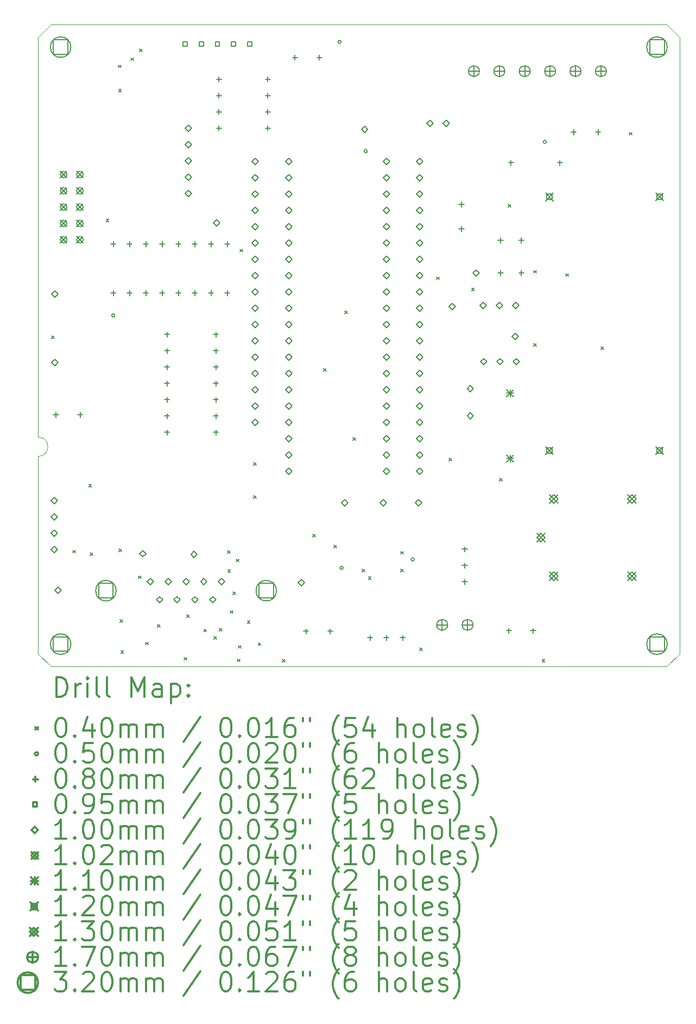
<source format=gbr>
%FSLAX45Y45*%
G04 Gerber Fmt 4.5, Leading zero omitted, Abs format (unit mm)*
G04 Created by KiCad (PCBNEW (5.1.0)-1) date 2020-01-07 21:36:06*
%MOMM*%
%LPD*%
G04 APERTURE LIST*
%ADD10C,0.050000*%
%ADD11C,0.200000*%
%ADD12C,0.300000*%
G04 APERTURE END LIST*
D10*
X7032000Y-11880000D02*
X7032000Y-14955000D01*
X7032000Y-11580000D02*
X7032000Y-5355000D01*
X7032000Y-11580000D02*
G75*
G02X7032000Y-11880000I0J-150000D01*
G01*
X16832000Y-15155000D02*
X7232000Y-15155000D01*
X17032000Y-5355000D02*
X17032000Y-14955000D01*
X7232000Y-5155000D02*
X16832000Y-5155000D01*
X7032000Y-14955000D02*
X7232000Y-15155000D01*
X17032000Y-14955000D02*
X16832000Y-15155000D01*
X16832000Y-5155000D02*
X17032000Y-5355000D01*
X7032000Y-5355000D02*
X7232000Y-5155000D01*
D11*
X7242000Y-10005000D02*
X7282000Y-10045000D01*
X7282000Y-10005000D02*
X7242000Y-10045000D01*
X7572000Y-13345000D02*
X7612000Y-13385000D01*
X7612000Y-13345000D02*
X7572000Y-13385000D01*
X7822000Y-12315000D02*
X7862000Y-12355000D01*
X7862000Y-12315000D02*
X7822000Y-12355000D01*
X7842000Y-13385000D02*
X7882000Y-13425000D01*
X7882000Y-13385000D02*
X7842000Y-13425000D01*
X8092000Y-8185000D02*
X8132000Y-8225000D01*
X8132000Y-8185000D02*
X8092000Y-8225000D01*
X8285750Y-5785000D02*
X8325750Y-5825000D01*
X8325750Y-5785000D02*
X8285750Y-5825000D01*
X8287000Y-6160000D02*
X8327000Y-6200000D01*
X8327000Y-6160000D02*
X8287000Y-6200000D01*
X8292000Y-13325000D02*
X8332000Y-13365000D01*
X8332000Y-13325000D02*
X8292000Y-13365000D01*
X8310500Y-14426000D02*
X8350500Y-14466000D01*
X8350500Y-14426000D02*
X8310500Y-14466000D01*
X8321000Y-14907000D02*
X8361000Y-14947000D01*
X8361000Y-14907000D02*
X8321000Y-14947000D01*
X8476600Y-5674600D02*
X8516600Y-5714600D01*
X8516600Y-5674600D02*
X8476600Y-5714600D01*
X8598000Y-13743705D02*
X8638000Y-13783705D01*
X8638000Y-13743705D02*
X8598000Y-13783705D01*
X8612000Y-5535000D02*
X8652000Y-5575000D01*
X8652000Y-5535000D02*
X8612000Y-5575000D01*
X8707000Y-14774500D02*
X8747000Y-14814500D01*
X8747000Y-14774500D02*
X8707000Y-14814500D01*
X8893000Y-14499000D02*
X8933000Y-14539000D01*
X8933000Y-14499000D02*
X8893000Y-14539000D01*
X9308000Y-15012000D02*
X9348000Y-15052000D01*
X9348000Y-15012000D02*
X9308000Y-15052000D01*
X9349750Y-14348000D02*
X9389750Y-14388000D01*
X9389750Y-14348000D02*
X9349750Y-14388000D01*
X9617000Y-14571500D02*
X9657000Y-14611500D01*
X9657000Y-14571500D02*
X9617000Y-14611500D01*
X9770000Y-14689000D02*
X9810000Y-14729000D01*
X9810000Y-14689000D02*
X9770000Y-14729000D01*
X9857000Y-14560000D02*
X9897000Y-14600000D01*
X9897000Y-14560000D02*
X9857000Y-14600000D01*
X9986000Y-13349000D02*
X10026000Y-13389000D01*
X10026000Y-13349000D02*
X9986000Y-13389000D01*
X9989133Y-13644867D02*
X10029133Y-13684867D01*
X10029133Y-13644867D02*
X9989133Y-13684867D01*
X10028201Y-14284000D02*
X10068201Y-14324000D01*
X10068201Y-14284000D02*
X10028201Y-14324000D01*
X10071000Y-13993000D02*
X10111000Y-14033000D01*
X10111000Y-13993000D02*
X10071000Y-14033000D01*
X10120000Y-13481000D02*
X10160000Y-13521000D01*
X10160000Y-13481000D02*
X10120000Y-13521000D01*
X10137000Y-15037700D02*
X10177000Y-15077700D01*
X10177000Y-15037700D02*
X10137000Y-15077700D01*
X10157000Y-14825500D02*
X10197000Y-14865500D01*
X10197000Y-14825500D02*
X10157000Y-14865500D01*
X10182000Y-8655000D02*
X10222000Y-8695000D01*
X10222000Y-8655000D02*
X10182000Y-8695000D01*
X10294500Y-14440000D02*
X10334500Y-14480000D01*
X10334500Y-14440000D02*
X10294500Y-14480000D01*
X10391613Y-12495387D02*
X10431613Y-12535387D01*
X10431613Y-12495387D02*
X10391613Y-12535387D01*
X10392000Y-11975000D02*
X10432000Y-12015000D01*
X10432000Y-11975000D02*
X10392000Y-12015000D01*
X10462000Y-14783750D02*
X10502000Y-14823750D01*
X10502000Y-14783750D02*
X10462000Y-14823750D01*
X10840000Y-15042000D02*
X10880000Y-15082000D01*
X10880000Y-15042000D02*
X10840000Y-15082000D01*
X11312000Y-13095000D02*
X11352000Y-13135000D01*
X11352000Y-13095000D02*
X11312000Y-13135000D01*
X11482000Y-10515000D02*
X11522000Y-10555000D01*
X11522000Y-10515000D02*
X11482000Y-10555000D01*
X11641999Y-13265000D02*
X11681999Y-13305000D01*
X11681999Y-13265000D02*
X11641999Y-13305000D01*
X11812000Y-9615000D02*
X11852000Y-9655000D01*
X11852000Y-9615000D02*
X11812000Y-9655000D01*
X11939500Y-11590000D02*
X11979500Y-11630000D01*
X11979500Y-11590000D02*
X11939500Y-11630000D01*
X12082000Y-13637500D02*
X12122000Y-13677500D01*
X12122000Y-13637500D02*
X12082000Y-13677500D01*
X12182000Y-13755000D02*
X12222000Y-13795000D01*
X12222000Y-13755000D02*
X12182000Y-13795000D01*
X12687000Y-13362400D02*
X12727000Y-13402400D01*
X12727000Y-13362400D02*
X12687000Y-13402400D01*
X12687000Y-13635000D02*
X12727000Y-13675000D01*
X12727000Y-13635000D02*
X12687000Y-13675000D01*
X12982000Y-14865000D02*
X13022000Y-14905000D01*
X13022000Y-14865000D02*
X12982000Y-14905000D01*
X13242000Y-9085000D02*
X13282000Y-9125000D01*
X13282000Y-9085000D02*
X13242000Y-9125000D01*
X13437000Y-11910000D02*
X13477000Y-11950000D01*
X13477000Y-11910000D02*
X13437000Y-11950000D01*
X13789300Y-9262300D02*
X13829300Y-9302300D01*
X13829300Y-9262300D02*
X13789300Y-9302300D01*
X14227000Y-12225000D02*
X14267000Y-12265000D01*
X14267000Y-12225000D02*
X14227000Y-12265000D01*
X14362000Y-7955000D02*
X14402000Y-7995000D01*
X14402000Y-7955000D02*
X14362000Y-7995000D01*
X14762000Y-8985000D02*
X14802000Y-9025000D01*
X14802000Y-8985000D02*
X14762000Y-9025000D01*
X14762000Y-10125000D02*
X14802000Y-10165000D01*
X14802000Y-10125000D02*
X14762000Y-10165000D01*
X14892000Y-15045000D02*
X14932000Y-15085000D01*
X14932000Y-15045000D02*
X14892000Y-15085000D01*
X15262000Y-9035000D02*
X15302000Y-9075000D01*
X15302000Y-9035000D02*
X15262000Y-9075000D01*
X15812000Y-10175000D02*
X15852000Y-10215000D01*
X15852000Y-10175000D02*
X15812000Y-10215000D01*
X16252000Y-6835000D02*
X16292000Y-6875000D01*
X16292000Y-6835000D02*
X16252000Y-6875000D01*
X8227000Y-9685000D02*
G75*
G03X8227000Y-9685000I-25000J0D01*
G01*
X11757000Y-5425000D02*
G75*
G03X11757000Y-5425000I-25000J0D01*
G01*
X11787000Y-13615000D02*
G75*
G03X11787000Y-13615000I-25000J0D01*
G01*
X12164500Y-7125000D02*
G75*
G03X12164500Y-7125000I-25000J0D01*
G01*
X12897000Y-13485000D02*
G75*
G03X12897000Y-13485000I-25000J0D01*
G01*
X14957000Y-6980000D02*
G75*
G03X14957000Y-6980000I-25000J0D01*
G01*
X7307000Y-11190000D02*
X7307000Y-11270000D01*
X7267000Y-11230000D02*
X7347000Y-11230000D01*
X7687000Y-11190000D02*
X7687000Y-11270000D01*
X7647000Y-11230000D02*
X7727000Y-11230000D01*
X9040000Y-9941000D02*
X9040000Y-10021000D01*
X9000000Y-9981000D02*
X9080000Y-9981000D01*
X9040000Y-10195000D02*
X9040000Y-10275000D01*
X9000000Y-10235000D02*
X9080000Y-10235000D01*
X9040000Y-10449000D02*
X9040000Y-10529000D01*
X9000000Y-10489000D02*
X9080000Y-10489000D01*
X9040000Y-10703000D02*
X9040000Y-10783000D01*
X9000000Y-10743000D02*
X9080000Y-10743000D01*
X9040000Y-10957000D02*
X9040000Y-11037000D01*
X9000000Y-10997000D02*
X9080000Y-10997000D01*
X9040000Y-11211000D02*
X9040000Y-11291000D01*
X9000000Y-11251000D02*
X9080000Y-11251000D01*
X9040000Y-11465000D02*
X9040000Y-11545000D01*
X9000000Y-11505000D02*
X9080000Y-11505000D01*
X9802000Y-9941000D02*
X9802000Y-10021000D01*
X9762000Y-9981000D02*
X9842000Y-9981000D01*
X9802000Y-10195000D02*
X9802000Y-10275000D01*
X9762000Y-10235000D02*
X9842000Y-10235000D01*
X9802000Y-10449000D02*
X9802000Y-10529000D01*
X9762000Y-10489000D02*
X9842000Y-10489000D01*
X9802000Y-10703000D02*
X9802000Y-10783000D01*
X9762000Y-10743000D02*
X9842000Y-10743000D01*
X9802000Y-10957000D02*
X9802000Y-11037000D01*
X9762000Y-10997000D02*
X9842000Y-10997000D01*
X9802000Y-11211000D02*
X9802000Y-11291000D01*
X9762000Y-11251000D02*
X9842000Y-11251000D01*
X9802000Y-11465000D02*
X9802000Y-11545000D01*
X9762000Y-11505000D02*
X9842000Y-11505000D01*
X14407000Y-7265000D02*
X14407000Y-7345000D01*
X14367000Y-7305000D02*
X14447000Y-7305000D01*
X15169000Y-7265000D02*
X15169000Y-7345000D01*
X15129000Y-7305000D02*
X15209000Y-7305000D01*
X13632000Y-7915000D02*
X13632000Y-7995000D01*
X13592000Y-7955000D02*
X13672000Y-7955000D01*
X13632000Y-8295000D02*
X13632000Y-8375000D01*
X13592000Y-8335000D02*
X13672000Y-8335000D01*
X8202000Y-8533000D02*
X8202000Y-8613000D01*
X8162000Y-8573000D02*
X8242000Y-8573000D01*
X8202000Y-9295000D02*
X8202000Y-9375000D01*
X8162000Y-9335000D02*
X8242000Y-9335000D01*
X8456000Y-8533000D02*
X8456000Y-8613000D01*
X8416000Y-8573000D02*
X8496000Y-8573000D01*
X8456000Y-9295000D02*
X8456000Y-9375000D01*
X8416000Y-9335000D02*
X8496000Y-9335000D01*
X8710000Y-8533000D02*
X8710000Y-8613000D01*
X8670000Y-8573000D02*
X8750000Y-8573000D01*
X8710000Y-9295000D02*
X8710000Y-9375000D01*
X8670000Y-9335000D02*
X8750000Y-9335000D01*
X8964000Y-8533000D02*
X8964000Y-8613000D01*
X8924000Y-8573000D02*
X9004000Y-8573000D01*
X8964000Y-9295000D02*
X8964000Y-9375000D01*
X8924000Y-9335000D02*
X9004000Y-9335000D01*
X9218000Y-8533000D02*
X9218000Y-8613000D01*
X9178000Y-8573000D02*
X9258000Y-8573000D01*
X9218000Y-9295000D02*
X9218000Y-9375000D01*
X9178000Y-9335000D02*
X9258000Y-9335000D01*
X9472000Y-8533000D02*
X9472000Y-8613000D01*
X9432000Y-8573000D02*
X9512000Y-8573000D01*
X9472000Y-9295000D02*
X9472000Y-9375000D01*
X9432000Y-9335000D02*
X9512000Y-9335000D01*
X9726000Y-8533000D02*
X9726000Y-8613000D01*
X9686000Y-8573000D02*
X9766000Y-8573000D01*
X9726000Y-9295000D02*
X9726000Y-9375000D01*
X9686000Y-9335000D02*
X9766000Y-9335000D01*
X9980000Y-8533000D02*
X9980000Y-8613000D01*
X9940000Y-8573000D02*
X10020000Y-8573000D01*
X9980000Y-9295000D02*
X9980000Y-9375000D01*
X9940000Y-9335000D02*
X10020000Y-9335000D01*
X15382000Y-6790000D02*
X15382000Y-6870000D01*
X15342000Y-6830000D02*
X15422000Y-6830000D01*
X15762000Y-6790000D02*
X15762000Y-6870000D01*
X15722000Y-6830000D02*
X15802000Y-6830000D01*
X11037000Y-5625000D02*
X11037000Y-5705000D01*
X10997000Y-5665000D02*
X11077000Y-5665000D01*
X11417000Y-5625000D02*
X11417000Y-5705000D01*
X11377000Y-5665000D02*
X11457000Y-5665000D01*
X13682000Y-13286000D02*
X13682000Y-13366000D01*
X13642000Y-13326000D02*
X13722000Y-13326000D01*
X13682000Y-13540000D02*
X13682000Y-13620000D01*
X13642000Y-13580000D02*
X13722000Y-13580000D01*
X13682000Y-13794000D02*
X13682000Y-13874000D01*
X13642000Y-13834000D02*
X13722000Y-13834000D01*
X14372000Y-14555000D02*
X14372000Y-14635000D01*
X14332000Y-14595000D02*
X14412000Y-14595000D01*
X14752000Y-14555000D02*
X14752000Y-14635000D01*
X14712000Y-14595000D02*
X14792000Y-14595000D01*
X9852000Y-5965000D02*
X9852000Y-6045000D01*
X9812000Y-6005000D02*
X9892000Y-6005000D01*
X9852000Y-6219000D02*
X9852000Y-6299000D01*
X9812000Y-6259000D02*
X9892000Y-6259000D01*
X9852000Y-6473000D02*
X9852000Y-6553000D01*
X9812000Y-6513000D02*
X9892000Y-6513000D01*
X9852000Y-6727000D02*
X9852000Y-6807000D01*
X9812000Y-6767000D02*
X9892000Y-6767000D01*
X10614000Y-5965000D02*
X10614000Y-6045000D01*
X10574000Y-6005000D02*
X10654000Y-6005000D01*
X10614000Y-6219000D02*
X10614000Y-6299000D01*
X10574000Y-6259000D02*
X10654000Y-6259000D01*
X10614000Y-6473000D02*
X10614000Y-6553000D01*
X10574000Y-6513000D02*
X10654000Y-6513000D01*
X10614000Y-6727000D02*
X10614000Y-6807000D01*
X10574000Y-6767000D02*
X10654000Y-6767000D01*
X14567000Y-8472000D02*
X14567000Y-8552000D01*
X14527000Y-8512000D02*
X14607000Y-8512000D01*
X14567000Y-8980000D02*
X14567000Y-9060000D01*
X14527000Y-9020000D02*
X14607000Y-9020000D01*
X12207000Y-14665000D02*
X12207000Y-14745000D01*
X12167000Y-14705000D02*
X12247000Y-14705000D01*
X12461000Y-14665000D02*
X12461000Y-14745000D01*
X12421000Y-14705000D02*
X12501000Y-14705000D01*
X12715000Y-14665000D02*
X12715000Y-14745000D01*
X12675000Y-14705000D02*
X12755000Y-14705000D01*
X14242000Y-8472000D02*
X14242000Y-8552000D01*
X14202000Y-8512000D02*
X14282000Y-8512000D01*
X14242000Y-8980000D02*
X14242000Y-9060000D01*
X14202000Y-9020000D02*
X14282000Y-9020000D01*
X11207000Y-14565000D02*
X11207000Y-14645000D01*
X11167000Y-14605000D02*
X11247000Y-14605000D01*
X11587000Y-14565000D02*
X11587000Y-14645000D01*
X11547000Y-14605000D02*
X11627000Y-14605000D01*
X9360588Y-5488588D02*
X9360588Y-5421412D01*
X9293412Y-5421412D01*
X9293412Y-5488588D01*
X9360588Y-5488588D01*
X9610588Y-5488588D02*
X9610588Y-5421412D01*
X9543412Y-5421412D01*
X9543412Y-5488588D01*
X9610588Y-5488588D01*
X9860588Y-5488588D02*
X9860588Y-5421412D01*
X9793412Y-5421412D01*
X9793412Y-5488588D01*
X9860588Y-5488588D01*
X10110588Y-5488588D02*
X10110588Y-5421412D01*
X10043412Y-5421412D01*
X10043412Y-5488588D01*
X10110588Y-5488588D01*
X10360588Y-5488588D02*
X10360588Y-5421412D01*
X10293412Y-5421412D01*
X10293412Y-5488588D01*
X10360588Y-5488588D01*
X11132000Y-13895000D02*
X11182000Y-13845000D01*
X11132000Y-13795000D01*
X11082000Y-13845000D01*
X11132000Y-13895000D01*
X7292000Y-10470000D02*
X7342000Y-10420000D01*
X7292000Y-10370000D01*
X7242000Y-10420000D01*
X7292000Y-10470000D01*
X12412000Y-12655000D02*
X12462000Y-12605000D01*
X12412000Y-12555000D01*
X12362000Y-12605000D01*
X12412000Y-12655000D01*
X13862000Y-9075000D02*
X13912000Y-9025000D01*
X13862000Y-8975000D01*
X13812000Y-9025000D01*
X13862000Y-9075000D01*
X14472000Y-10065000D02*
X14522000Y-10015000D01*
X14472000Y-9965000D01*
X14422000Y-10015000D01*
X14472000Y-10065000D01*
X7282000Y-12618000D02*
X7332000Y-12568000D01*
X7282000Y-12518000D01*
X7232000Y-12568000D01*
X7282000Y-12618000D01*
X7282000Y-12872000D02*
X7332000Y-12822000D01*
X7282000Y-12772000D01*
X7232000Y-12822000D01*
X7282000Y-12872000D01*
X7282000Y-13126000D02*
X7332000Y-13076000D01*
X7282000Y-13026000D01*
X7232000Y-13076000D01*
X7282000Y-13126000D01*
X7282000Y-13380000D02*
X7332000Y-13330000D01*
X7282000Y-13280000D01*
X7232000Y-13330000D01*
X7282000Y-13380000D01*
X13974000Y-9580000D02*
X14024000Y-9530000D01*
X13974000Y-9480000D01*
X13924000Y-9530000D01*
X13974000Y-9580000D01*
X14228000Y-9580000D02*
X14278000Y-9530000D01*
X14228000Y-9480000D01*
X14178000Y-9530000D01*
X14228000Y-9580000D01*
X14482000Y-9580000D02*
X14532000Y-9530000D01*
X14482000Y-9480000D01*
X14432000Y-9530000D01*
X14482000Y-9580000D01*
X10412000Y-7335000D02*
X10462000Y-7285000D01*
X10412000Y-7235000D01*
X10362000Y-7285000D01*
X10412000Y-7335000D01*
X10412000Y-7589000D02*
X10462000Y-7539000D01*
X10412000Y-7489000D01*
X10362000Y-7539000D01*
X10412000Y-7589000D01*
X10412000Y-7843000D02*
X10462000Y-7793000D01*
X10412000Y-7743000D01*
X10362000Y-7793000D01*
X10412000Y-7843000D01*
X10412000Y-8097000D02*
X10462000Y-8047000D01*
X10412000Y-7997000D01*
X10362000Y-8047000D01*
X10412000Y-8097000D01*
X10412000Y-8351000D02*
X10462000Y-8301000D01*
X10412000Y-8251000D01*
X10362000Y-8301000D01*
X10412000Y-8351000D01*
X10412000Y-8605000D02*
X10462000Y-8555000D01*
X10412000Y-8505000D01*
X10362000Y-8555000D01*
X10412000Y-8605000D01*
X10412000Y-8859000D02*
X10462000Y-8809000D01*
X10412000Y-8759000D01*
X10362000Y-8809000D01*
X10412000Y-8859000D01*
X10412000Y-9113000D02*
X10462000Y-9063000D01*
X10412000Y-9013000D01*
X10362000Y-9063000D01*
X10412000Y-9113000D01*
X10412000Y-9367000D02*
X10462000Y-9317000D01*
X10412000Y-9267000D01*
X10362000Y-9317000D01*
X10412000Y-9367000D01*
X10412000Y-9621000D02*
X10462000Y-9571000D01*
X10412000Y-9521000D01*
X10362000Y-9571000D01*
X10412000Y-9621000D01*
X10412000Y-9875000D02*
X10462000Y-9825000D01*
X10412000Y-9775000D01*
X10362000Y-9825000D01*
X10412000Y-9875000D01*
X10412000Y-10129000D02*
X10462000Y-10079000D01*
X10412000Y-10029000D01*
X10362000Y-10079000D01*
X10412000Y-10129000D01*
X10412000Y-10383000D02*
X10462000Y-10333000D01*
X10412000Y-10283000D01*
X10362000Y-10333000D01*
X10412000Y-10383000D01*
X10412000Y-10637000D02*
X10462000Y-10587000D01*
X10412000Y-10537000D01*
X10362000Y-10587000D01*
X10412000Y-10637000D01*
X10412000Y-10891000D02*
X10462000Y-10841000D01*
X10412000Y-10791000D01*
X10362000Y-10841000D01*
X10412000Y-10891000D01*
X10412000Y-11145000D02*
X10462000Y-11095000D01*
X10412000Y-11045000D01*
X10362000Y-11095000D01*
X10412000Y-11145000D01*
X10412000Y-11399000D02*
X10462000Y-11349000D01*
X10412000Y-11299000D01*
X10362000Y-11349000D01*
X10412000Y-11399000D01*
X8784000Y-13880000D02*
X8834000Y-13830000D01*
X8784000Y-13780000D01*
X8734000Y-13830000D01*
X8784000Y-13880000D01*
X8922500Y-14164000D02*
X8972500Y-14114000D01*
X8922500Y-14064000D01*
X8872500Y-14114000D01*
X8922500Y-14164000D01*
X9061000Y-13880000D02*
X9111000Y-13830000D01*
X9061000Y-13780000D01*
X9011000Y-13830000D01*
X9061000Y-13880000D01*
X9199500Y-14164000D02*
X9249500Y-14114000D01*
X9199500Y-14064000D01*
X9149500Y-14114000D01*
X9199500Y-14164000D01*
X9338000Y-13880000D02*
X9388000Y-13830000D01*
X9338000Y-13780000D01*
X9288000Y-13830000D01*
X9338000Y-13880000D01*
X9476500Y-14164000D02*
X9526500Y-14114000D01*
X9476500Y-14064000D01*
X9426500Y-14114000D01*
X9476500Y-14164000D01*
X9615000Y-13880000D02*
X9665000Y-13830000D01*
X9615000Y-13780000D01*
X9565000Y-13830000D01*
X9615000Y-13880000D01*
X9753500Y-14164000D02*
X9803500Y-14114000D01*
X9753500Y-14064000D01*
X9703500Y-14114000D01*
X9753500Y-14164000D01*
X9892000Y-13880000D02*
X9942000Y-13830000D01*
X9892000Y-13780000D01*
X9842000Y-13830000D01*
X9892000Y-13880000D01*
X8662000Y-13445000D02*
X8712000Y-13395000D01*
X8662000Y-13345000D01*
X8612000Y-13395000D01*
X8662000Y-13445000D01*
X12982000Y-7333000D02*
X13032000Y-7283000D01*
X12982000Y-7233000D01*
X12932000Y-7283000D01*
X12982000Y-7333000D01*
X12982000Y-7587000D02*
X13032000Y-7537000D01*
X12982000Y-7487000D01*
X12932000Y-7537000D01*
X12982000Y-7587000D01*
X12982000Y-7841000D02*
X13032000Y-7791000D01*
X12982000Y-7741000D01*
X12932000Y-7791000D01*
X12982000Y-7841000D01*
X12982000Y-8095000D02*
X13032000Y-8045000D01*
X12982000Y-7995000D01*
X12932000Y-8045000D01*
X12982000Y-8095000D01*
X12982000Y-8349000D02*
X13032000Y-8299000D01*
X12982000Y-8249000D01*
X12932000Y-8299000D01*
X12982000Y-8349000D01*
X12982000Y-8603000D02*
X13032000Y-8553000D01*
X12982000Y-8503000D01*
X12932000Y-8553000D01*
X12982000Y-8603000D01*
X12982000Y-8857000D02*
X13032000Y-8807000D01*
X12982000Y-8757000D01*
X12932000Y-8807000D01*
X12982000Y-8857000D01*
X12982000Y-9111000D02*
X13032000Y-9061000D01*
X12982000Y-9011000D01*
X12932000Y-9061000D01*
X12982000Y-9111000D01*
X12982000Y-9365000D02*
X13032000Y-9315000D01*
X12982000Y-9265000D01*
X12932000Y-9315000D01*
X12982000Y-9365000D01*
X12982000Y-9619000D02*
X13032000Y-9569000D01*
X12982000Y-9519000D01*
X12932000Y-9569000D01*
X12982000Y-9619000D01*
X12982000Y-9873000D02*
X13032000Y-9823000D01*
X12982000Y-9773000D01*
X12932000Y-9823000D01*
X12982000Y-9873000D01*
X12982000Y-10127000D02*
X13032000Y-10077000D01*
X12982000Y-10027000D01*
X12932000Y-10077000D01*
X12982000Y-10127000D01*
X12982000Y-10381000D02*
X13032000Y-10331000D01*
X12982000Y-10281000D01*
X12932000Y-10331000D01*
X12982000Y-10381000D01*
X12982000Y-10635000D02*
X13032000Y-10585000D01*
X12982000Y-10535000D01*
X12932000Y-10585000D01*
X12982000Y-10635000D01*
X12982000Y-10889000D02*
X13032000Y-10839000D01*
X12982000Y-10789000D01*
X12932000Y-10839000D01*
X12982000Y-10889000D01*
X12982000Y-11143000D02*
X13032000Y-11093000D01*
X12982000Y-11043000D01*
X12932000Y-11093000D01*
X12982000Y-11143000D01*
X12982000Y-11397000D02*
X13032000Y-11347000D01*
X12982000Y-11297000D01*
X12932000Y-11347000D01*
X12982000Y-11397000D01*
X12982000Y-11651000D02*
X13032000Y-11601000D01*
X12982000Y-11551000D01*
X12932000Y-11601000D01*
X12982000Y-11651000D01*
X12982000Y-11905000D02*
X13032000Y-11855000D01*
X12982000Y-11805000D01*
X12932000Y-11855000D01*
X12982000Y-11905000D01*
X12982000Y-12159000D02*
X13032000Y-12109000D01*
X12982000Y-12059000D01*
X12932000Y-12109000D01*
X12982000Y-12159000D01*
X13772000Y-11295000D02*
X13822000Y-11245000D01*
X13772000Y-11195000D01*
X13722000Y-11245000D01*
X13772000Y-11295000D01*
X12122000Y-6835000D02*
X12172000Y-6785000D01*
X12122000Y-6735000D01*
X12072000Y-6785000D01*
X12122000Y-6835000D01*
X9812000Y-8295000D02*
X9862000Y-8245000D01*
X9812000Y-8195000D01*
X9762000Y-8245000D01*
X9812000Y-8295000D01*
X13142000Y-6745000D02*
X13192000Y-6695000D01*
X13142000Y-6645000D01*
X13092000Y-6695000D01*
X13142000Y-6745000D01*
X13396000Y-6745000D02*
X13446000Y-6695000D01*
X13396000Y-6645000D01*
X13346000Y-6695000D01*
X13396000Y-6745000D01*
X10942000Y-7335000D02*
X10992000Y-7285000D01*
X10942000Y-7235000D01*
X10892000Y-7285000D01*
X10942000Y-7335000D01*
X10942000Y-7589000D02*
X10992000Y-7539000D01*
X10942000Y-7489000D01*
X10892000Y-7539000D01*
X10942000Y-7589000D01*
X10942000Y-7843000D02*
X10992000Y-7793000D01*
X10942000Y-7743000D01*
X10892000Y-7793000D01*
X10942000Y-7843000D01*
X10942000Y-8097000D02*
X10992000Y-8047000D01*
X10942000Y-7997000D01*
X10892000Y-8047000D01*
X10942000Y-8097000D01*
X10942000Y-8351000D02*
X10992000Y-8301000D01*
X10942000Y-8251000D01*
X10892000Y-8301000D01*
X10942000Y-8351000D01*
X10942000Y-8605000D02*
X10992000Y-8555000D01*
X10942000Y-8505000D01*
X10892000Y-8555000D01*
X10942000Y-8605000D01*
X10942000Y-8859000D02*
X10992000Y-8809000D01*
X10942000Y-8759000D01*
X10892000Y-8809000D01*
X10942000Y-8859000D01*
X10942000Y-9113000D02*
X10992000Y-9063000D01*
X10942000Y-9013000D01*
X10892000Y-9063000D01*
X10942000Y-9113000D01*
X10942000Y-9367000D02*
X10992000Y-9317000D01*
X10942000Y-9267000D01*
X10892000Y-9317000D01*
X10942000Y-9367000D01*
X10942000Y-9621000D02*
X10992000Y-9571000D01*
X10942000Y-9521000D01*
X10892000Y-9571000D01*
X10942000Y-9621000D01*
X10942000Y-9875000D02*
X10992000Y-9825000D01*
X10942000Y-9775000D01*
X10892000Y-9825000D01*
X10942000Y-9875000D01*
X10942000Y-10129000D02*
X10992000Y-10079000D01*
X10942000Y-10029000D01*
X10892000Y-10079000D01*
X10942000Y-10129000D01*
X10942000Y-10383000D02*
X10992000Y-10333000D01*
X10942000Y-10283000D01*
X10892000Y-10333000D01*
X10942000Y-10383000D01*
X10942000Y-10637000D02*
X10992000Y-10587000D01*
X10942000Y-10537000D01*
X10892000Y-10587000D01*
X10942000Y-10637000D01*
X10942000Y-10891000D02*
X10992000Y-10841000D01*
X10942000Y-10791000D01*
X10892000Y-10841000D01*
X10942000Y-10891000D01*
X10942000Y-11145000D02*
X10992000Y-11095000D01*
X10942000Y-11045000D01*
X10892000Y-11095000D01*
X10942000Y-11145000D01*
X10942000Y-11399000D02*
X10992000Y-11349000D01*
X10942000Y-11299000D01*
X10892000Y-11349000D01*
X10942000Y-11399000D01*
X10942000Y-11653000D02*
X10992000Y-11603000D01*
X10942000Y-11553000D01*
X10892000Y-11603000D01*
X10942000Y-11653000D01*
X10942000Y-11907000D02*
X10992000Y-11857000D01*
X10942000Y-11807000D01*
X10892000Y-11857000D01*
X10942000Y-11907000D01*
X10942000Y-12161000D02*
X10992000Y-12111000D01*
X10942000Y-12061000D01*
X10892000Y-12111000D01*
X10942000Y-12161000D01*
X12462000Y-7335000D02*
X12512000Y-7285000D01*
X12462000Y-7235000D01*
X12412000Y-7285000D01*
X12462000Y-7335000D01*
X12462000Y-7589000D02*
X12512000Y-7539000D01*
X12462000Y-7489000D01*
X12412000Y-7539000D01*
X12462000Y-7589000D01*
X12462000Y-7843000D02*
X12512000Y-7793000D01*
X12462000Y-7743000D01*
X12412000Y-7793000D01*
X12462000Y-7843000D01*
X12462000Y-8097000D02*
X12512000Y-8047000D01*
X12462000Y-7997000D01*
X12412000Y-8047000D01*
X12462000Y-8097000D01*
X12462000Y-8351000D02*
X12512000Y-8301000D01*
X12462000Y-8251000D01*
X12412000Y-8301000D01*
X12462000Y-8351000D01*
X12462000Y-8605000D02*
X12512000Y-8555000D01*
X12462000Y-8505000D01*
X12412000Y-8555000D01*
X12462000Y-8605000D01*
X12462000Y-8859000D02*
X12512000Y-8809000D01*
X12462000Y-8759000D01*
X12412000Y-8809000D01*
X12462000Y-8859000D01*
X12462000Y-9113000D02*
X12512000Y-9063000D01*
X12462000Y-9013000D01*
X12412000Y-9063000D01*
X12462000Y-9113000D01*
X12462000Y-9367000D02*
X12512000Y-9317000D01*
X12462000Y-9267000D01*
X12412000Y-9317000D01*
X12462000Y-9367000D01*
X12462000Y-9621000D02*
X12512000Y-9571000D01*
X12462000Y-9521000D01*
X12412000Y-9571000D01*
X12462000Y-9621000D01*
X12462000Y-9875000D02*
X12512000Y-9825000D01*
X12462000Y-9775000D01*
X12412000Y-9825000D01*
X12462000Y-9875000D01*
X12462000Y-10129000D02*
X12512000Y-10079000D01*
X12462000Y-10029000D01*
X12412000Y-10079000D01*
X12462000Y-10129000D01*
X12462000Y-10383000D02*
X12512000Y-10333000D01*
X12462000Y-10283000D01*
X12412000Y-10333000D01*
X12462000Y-10383000D01*
X12462000Y-10637000D02*
X12512000Y-10587000D01*
X12462000Y-10537000D01*
X12412000Y-10587000D01*
X12462000Y-10637000D01*
X12462000Y-10891000D02*
X12512000Y-10841000D01*
X12462000Y-10791000D01*
X12412000Y-10841000D01*
X12462000Y-10891000D01*
X12462000Y-11145000D02*
X12512000Y-11095000D01*
X12462000Y-11045000D01*
X12412000Y-11095000D01*
X12462000Y-11145000D01*
X12462000Y-11399000D02*
X12512000Y-11349000D01*
X12462000Y-11299000D01*
X12412000Y-11349000D01*
X12462000Y-11399000D01*
X12462000Y-11653000D02*
X12512000Y-11603000D01*
X12462000Y-11553000D01*
X12412000Y-11603000D01*
X12462000Y-11653000D01*
X12462000Y-11907000D02*
X12512000Y-11857000D01*
X12462000Y-11807000D01*
X12412000Y-11857000D01*
X12462000Y-11907000D01*
X12462000Y-12161000D02*
X12512000Y-12111000D01*
X12462000Y-12061000D01*
X12412000Y-12111000D01*
X12462000Y-12161000D01*
X13492000Y-9595000D02*
X13542000Y-9545000D01*
X13492000Y-9495000D01*
X13442000Y-9545000D01*
X13492000Y-9595000D01*
X13982000Y-10455000D02*
X14032000Y-10405000D01*
X13982000Y-10355000D01*
X13932000Y-10405000D01*
X13982000Y-10455000D01*
X14236000Y-10455000D02*
X14286000Y-10405000D01*
X14236000Y-10355000D01*
X14186000Y-10405000D01*
X14236000Y-10455000D01*
X14490000Y-10455000D02*
X14540000Y-10405000D01*
X14490000Y-10355000D01*
X14440000Y-10405000D01*
X14490000Y-10455000D01*
X9372000Y-6819000D02*
X9422000Y-6769000D01*
X9372000Y-6719000D01*
X9322000Y-6769000D01*
X9372000Y-6819000D01*
X9372000Y-7073000D02*
X9422000Y-7023000D01*
X9372000Y-6973000D01*
X9322000Y-7023000D01*
X9372000Y-7073000D01*
X9372000Y-7327000D02*
X9422000Y-7277000D01*
X9372000Y-7227000D01*
X9322000Y-7277000D01*
X9372000Y-7327000D01*
X9372000Y-7581000D02*
X9422000Y-7531000D01*
X9372000Y-7481000D01*
X9322000Y-7531000D01*
X9372000Y-7581000D01*
X9372000Y-7835000D02*
X9422000Y-7785000D01*
X9372000Y-7735000D01*
X9322000Y-7785000D01*
X9372000Y-7835000D01*
X9462000Y-13455000D02*
X9512000Y-13405000D01*
X9462000Y-13355000D01*
X9412000Y-13405000D01*
X9462000Y-13455000D01*
X7292000Y-9405000D02*
X7342000Y-9355000D01*
X7292000Y-9305000D01*
X7242000Y-9355000D01*
X7292000Y-9405000D01*
X7342000Y-14015000D02*
X7392000Y-13965000D01*
X7342000Y-13915000D01*
X7292000Y-13965000D01*
X7342000Y-14015000D01*
X13772000Y-10875000D02*
X13822000Y-10825000D01*
X13772000Y-10775000D01*
X13722000Y-10825000D01*
X13772000Y-10875000D01*
X11812000Y-12655000D02*
X11862000Y-12605000D01*
X11812000Y-12555000D01*
X11762000Y-12605000D01*
X11812000Y-12655000D01*
X12962000Y-12655000D02*
X13012000Y-12605000D01*
X12962000Y-12555000D01*
X12912000Y-12605000D01*
X12962000Y-12655000D01*
X7377200Y-7438200D02*
X7478800Y-7539800D01*
X7478800Y-7438200D02*
X7377200Y-7539800D01*
X7478800Y-7489000D02*
G75*
G03X7478800Y-7489000I-50800J0D01*
G01*
X7377200Y-7692200D02*
X7478800Y-7793800D01*
X7478800Y-7692200D02*
X7377200Y-7793800D01*
X7478800Y-7743000D02*
G75*
G03X7478800Y-7743000I-50800J0D01*
G01*
X7377200Y-7946200D02*
X7478800Y-8047800D01*
X7478800Y-7946200D02*
X7377200Y-8047800D01*
X7478800Y-7997000D02*
G75*
G03X7478800Y-7997000I-50800J0D01*
G01*
X7377200Y-8200200D02*
X7478800Y-8301800D01*
X7478800Y-8200200D02*
X7377200Y-8301800D01*
X7478800Y-8251000D02*
G75*
G03X7478800Y-8251000I-50800J0D01*
G01*
X7377200Y-8454200D02*
X7478800Y-8555800D01*
X7478800Y-8454200D02*
X7377200Y-8555800D01*
X7478800Y-8505000D02*
G75*
G03X7478800Y-8505000I-50800J0D01*
G01*
X7631200Y-7438200D02*
X7732800Y-7539800D01*
X7732800Y-7438200D02*
X7631200Y-7539800D01*
X7732800Y-7489000D02*
G75*
G03X7732800Y-7489000I-50800J0D01*
G01*
X7631200Y-7692200D02*
X7732800Y-7793800D01*
X7732800Y-7692200D02*
X7631200Y-7793800D01*
X7732800Y-7743000D02*
G75*
G03X7732800Y-7743000I-50800J0D01*
G01*
X7631200Y-7946200D02*
X7732800Y-8047800D01*
X7732800Y-7946200D02*
X7631200Y-8047800D01*
X7732800Y-7997000D02*
G75*
G03X7732800Y-7997000I-50800J0D01*
G01*
X7631200Y-8200200D02*
X7732800Y-8301800D01*
X7732800Y-8200200D02*
X7631200Y-8301800D01*
X7732800Y-8251000D02*
G75*
G03X7732800Y-8251000I-50800J0D01*
G01*
X7631200Y-8454200D02*
X7732800Y-8555800D01*
X7732800Y-8454200D02*
X7631200Y-8555800D01*
X7732800Y-8505000D02*
G75*
G03X7732800Y-8505000I-50800J0D01*
G01*
X14337000Y-10840000D02*
X14447000Y-10950000D01*
X14447000Y-10840000D02*
X14337000Y-10950000D01*
X14392000Y-10840000D02*
X14392000Y-10950000D01*
X14337000Y-10895000D02*
X14447000Y-10895000D01*
X14337000Y-11856000D02*
X14447000Y-11966000D01*
X14447000Y-11856000D02*
X14337000Y-11966000D01*
X14392000Y-11856000D02*
X14392000Y-11966000D01*
X14337000Y-11911000D02*
X14447000Y-11911000D01*
X14947000Y-7780000D02*
X15067000Y-7900000D01*
X15067000Y-7780000D02*
X14947000Y-7900000D01*
X15049427Y-7882427D02*
X15049427Y-7797573D01*
X14964573Y-7797573D01*
X14964573Y-7882427D01*
X15049427Y-7882427D01*
X14947000Y-11730000D02*
X15067000Y-11850000D01*
X15067000Y-11730000D02*
X14947000Y-11850000D01*
X15049427Y-11832427D02*
X15049427Y-11747573D01*
X14964573Y-11747573D01*
X14964573Y-11832427D01*
X15049427Y-11832427D01*
X16664000Y-7778000D02*
X16784000Y-7898000D01*
X16784000Y-7778000D02*
X16664000Y-7898000D01*
X16766427Y-7880427D02*
X16766427Y-7795573D01*
X16681573Y-7795573D01*
X16681573Y-7880427D01*
X16766427Y-7880427D01*
X16664000Y-11730000D02*
X16784000Y-11850000D01*
X16784000Y-11730000D02*
X16664000Y-11850000D01*
X16766427Y-11832427D02*
X16766427Y-11747573D01*
X16681573Y-11747573D01*
X16681573Y-11832427D01*
X16766427Y-11832427D01*
X14807000Y-13080000D02*
X14937000Y-13210000D01*
X14937000Y-13080000D02*
X14807000Y-13210000D01*
X14872000Y-13210000D02*
X14937000Y-13145000D01*
X14872000Y-13080000D01*
X14807000Y-13145000D01*
X14872000Y-13210000D01*
X15007000Y-12480000D02*
X15137000Y-12610000D01*
X15137000Y-12480000D02*
X15007000Y-12610000D01*
X15072000Y-12610000D02*
X15137000Y-12545000D01*
X15072000Y-12480000D01*
X15007000Y-12545000D01*
X15072000Y-12610000D01*
X15007000Y-13680000D02*
X15137000Y-13810000D01*
X15137000Y-13680000D02*
X15007000Y-13810000D01*
X15072000Y-13810000D02*
X15137000Y-13745000D01*
X15072000Y-13680000D01*
X15007000Y-13745000D01*
X15072000Y-13810000D01*
X16227000Y-12480000D02*
X16357000Y-12610000D01*
X16357000Y-12480000D02*
X16227000Y-12610000D01*
X16292000Y-12610000D02*
X16357000Y-12545000D01*
X16292000Y-12480000D01*
X16227000Y-12545000D01*
X16292000Y-12610000D01*
X16227000Y-13680000D02*
X16357000Y-13810000D01*
X16357000Y-13680000D02*
X16227000Y-13810000D01*
X16292000Y-13810000D02*
X16357000Y-13745000D01*
X16292000Y-13680000D01*
X16227000Y-13745000D01*
X16292000Y-13810000D01*
X13332000Y-14420000D02*
X13332000Y-14590000D01*
X13247000Y-14505000D02*
X13417000Y-14505000D01*
X13417000Y-14505000D02*
G75*
G03X13417000Y-14505000I-85000J0D01*
G01*
X13728000Y-14420000D02*
X13728000Y-14590000D01*
X13643000Y-14505000D02*
X13813000Y-14505000D01*
X13813000Y-14505000D02*
G75*
G03X13813000Y-14505000I-85000J0D01*
G01*
X13827000Y-5795000D02*
X13827000Y-5965000D01*
X13742000Y-5880000D02*
X13912000Y-5880000D01*
X13912000Y-5880000D02*
G75*
G03X13912000Y-5880000I-85000J0D01*
G01*
X14223000Y-5795000D02*
X14223000Y-5965000D01*
X14138000Y-5880000D02*
X14308000Y-5880000D01*
X14308000Y-5880000D02*
G75*
G03X14308000Y-5880000I-85000J0D01*
G01*
X14619000Y-5795000D02*
X14619000Y-5965000D01*
X14534000Y-5880000D02*
X14704000Y-5880000D01*
X14704000Y-5880000D02*
G75*
G03X14704000Y-5880000I-85000J0D01*
G01*
X15015000Y-5795000D02*
X15015000Y-5965000D01*
X14930000Y-5880000D02*
X15100000Y-5880000D01*
X15100000Y-5880000D02*
G75*
G03X15100000Y-5880000I-85000J0D01*
G01*
X15411000Y-5795000D02*
X15411000Y-5965000D01*
X15326000Y-5880000D02*
X15496000Y-5880000D01*
X15496000Y-5880000D02*
G75*
G03X15496000Y-5880000I-85000J0D01*
G01*
X15807000Y-5795000D02*
X15807000Y-5965000D01*
X15722000Y-5880000D02*
X15892000Y-5880000D01*
X15892000Y-5880000D02*
G75*
G03X15892000Y-5880000I-85000J0D01*
G01*
X16795138Y-14918138D02*
X16795138Y-14691862D01*
X16568862Y-14691862D01*
X16568862Y-14918138D01*
X16795138Y-14918138D01*
X16842000Y-14805000D02*
G75*
G03X16842000Y-14805000I-160000J0D01*
G01*
X8201138Y-14085138D02*
X8201138Y-13858862D01*
X7974862Y-13858862D01*
X7974862Y-14085138D01*
X8201138Y-14085138D01*
X8248000Y-13972000D02*
G75*
G03X8248000Y-13972000I-160000J0D01*
G01*
X10701138Y-14085138D02*
X10701138Y-13858862D01*
X10474862Y-13858862D01*
X10474862Y-14085138D01*
X10701138Y-14085138D01*
X10748000Y-13972000D02*
G75*
G03X10748000Y-13972000I-160000J0D01*
G01*
X7495138Y-14918138D02*
X7495138Y-14691862D01*
X7268862Y-14691862D01*
X7268862Y-14918138D01*
X7495138Y-14918138D01*
X7542000Y-14805000D02*
G75*
G03X7542000Y-14805000I-160000J0D01*
G01*
X16795138Y-5618138D02*
X16795138Y-5391862D01*
X16568862Y-5391862D01*
X16568862Y-5618138D01*
X16795138Y-5618138D01*
X16842000Y-5505000D02*
G75*
G03X16842000Y-5505000I-160000J0D01*
G01*
X7495138Y-5618138D02*
X7495138Y-5391862D01*
X7268862Y-5391862D01*
X7268862Y-5618138D01*
X7495138Y-5618138D01*
X7542000Y-5505000D02*
G75*
G03X7542000Y-5505000I-160000J0D01*
G01*
D12*
X7315928Y-15623214D02*
X7315928Y-15323214D01*
X7387357Y-15323214D01*
X7430214Y-15337500D01*
X7458786Y-15366071D01*
X7473071Y-15394643D01*
X7487357Y-15451786D01*
X7487357Y-15494643D01*
X7473071Y-15551786D01*
X7458786Y-15580357D01*
X7430214Y-15608929D01*
X7387357Y-15623214D01*
X7315928Y-15623214D01*
X7615928Y-15623214D02*
X7615928Y-15423214D01*
X7615928Y-15480357D02*
X7630214Y-15451786D01*
X7644500Y-15437500D01*
X7673071Y-15423214D01*
X7701643Y-15423214D01*
X7801643Y-15623214D02*
X7801643Y-15423214D01*
X7801643Y-15323214D02*
X7787357Y-15337500D01*
X7801643Y-15351786D01*
X7815928Y-15337500D01*
X7801643Y-15323214D01*
X7801643Y-15351786D01*
X7987357Y-15623214D02*
X7958786Y-15608929D01*
X7944500Y-15580357D01*
X7944500Y-15323214D01*
X8144500Y-15623214D02*
X8115928Y-15608929D01*
X8101643Y-15580357D01*
X8101643Y-15323214D01*
X8487357Y-15623214D02*
X8487357Y-15323214D01*
X8587357Y-15537500D01*
X8687357Y-15323214D01*
X8687357Y-15623214D01*
X8958786Y-15623214D02*
X8958786Y-15466071D01*
X8944500Y-15437500D01*
X8915928Y-15423214D01*
X8858786Y-15423214D01*
X8830214Y-15437500D01*
X8958786Y-15608929D02*
X8930214Y-15623214D01*
X8858786Y-15623214D01*
X8830214Y-15608929D01*
X8815928Y-15580357D01*
X8815928Y-15551786D01*
X8830214Y-15523214D01*
X8858786Y-15508929D01*
X8930214Y-15508929D01*
X8958786Y-15494643D01*
X9101643Y-15423214D02*
X9101643Y-15723214D01*
X9101643Y-15437500D02*
X9130214Y-15423214D01*
X9187357Y-15423214D01*
X9215928Y-15437500D01*
X9230214Y-15451786D01*
X9244500Y-15480357D01*
X9244500Y-15566071D01*
X9230214Y-15594643D01*
X9215928Y-15608929D01*
X9187357Y-15623214D01*
X9130214Y-15623214D01*
X9101643Y-15608929D01*
X9373071Y-15594643D02*
X9387357Y-15608929D01*
X9373071Y-15623214D01*
X9358786Y-15608929D01*
X9373071Y-15594643D01*
X9373071Y-15623214D01*
X9373071Y-15437500D02*
X9387357Y-15451786D01*
X9373071Y-15466071D01*
X9358786Y-15451786D01*
X9373071Y-15437500D01*
X9373071Y-15466071D01*
X6989500Y-16097500D02*
X7029500Y-16137500D01*
X7029500Y-16097500D02*
X6989500Y-16137500D01*
X7373071Y-15953214D02*
X7401643Y-15953214D01*
X7430214Y-15967500D01*
X7444500Y-15981786D01*
X7458786Y-16010357D01*
X7473071Y-16067500D01*
X7473071Y-16138929D01*
X7458786Y-16196071D01*
X7444500Y-16224643D01*
X7430214Y-16238929D01*
X7401643Y-16253214D01*
X7373071Y-16253214D01*
X7344500Y-16238929D01*
X7330214Y-16224643D01*
X7315928Y-16196071D01*
X7301643Y-16138929D01*
X7301643Y-16067500D01*
X7315928Y-16010357D01*
X7330214Y-15981786D01*
X7344500Y-15967500D01*
X7373071Y-15953214D01*
X7601643Y-16224643D02*
X7615928Y-16238929D01*
X7601643Y-16253214D01*
X7587357Y-16238929D01*
X7601643Y-16224643D01*
X7601643Y-16253214D01*
X7873071Y-16053214D02*
X7873071Y-16253214D01*
X7801643Y-15938929D02*
X7730214Y-16153214D01*
X7915928Y-16153214D01*
X8087357Y-15953214D02*
X8115928Y-15953214D01*
X8144500Y-15967500D01*
X8158786Y-15981786D01*
X8173071Y-16010357D01*
X8187357Y-16067500D01*
X8187357Y-16138929D01*
X8173071Y-16196071D01*
X8158786Y-16224643D01*
X8144500Y-16238929D01*
X8115928Y-16253214D01*
X8087357Y-16253214D01*
X8058786Y-16238929D01*
X8044500Y-16224643D01*
X8030214Y-16196071D01*
X8015928Y-16138929D01*
X8015928Y-16067500D01*
X8030214Y-16010357D01*
X8044500Y-15981786D01*
X8058786Y-15967500D01*
X8087357Y-15953214D01*
X8315928Y-16253214D02*
X8315928Y-16053214D01*
X8315928Y-16081786D02*
X8330214Y-16067500D01*
X8358786Y-16053214D01*
X8401643Y-16053214D01*
X8430214Y-16067500D01*
X8444500Y-16096071D01*
X8444500Y-16253214D01*
X8444500Y-16096071D02*
X8458786Y-16067500D01*
X8487357Y-16053214D01*
X8530214Y-16053214D01*
X8558786Y-16067500D01*
X8573071Y-16096071D01*
X8573071Y-16253214D01*
X8715928Y-16253214D02*
X8715928Y-16053214D01*
X8715928Y-16081786D02*
X8730214Y-16067500D01*
X8758786Y-16053214D01*
X8801643Y-16053214D01*
X8830214Y-16067500D01*
X8844500Y-16096071D01*
X8844500Y-16253214D01*
X8844500Y-16096071D02*
X8858786Y-16067500D01*
X8887357Y-16053214D01*
X8930214Y-16053214D01*
X8958786Y-16067500D01*
X8973071Y-16096071D01*
X8973071Y-16253214D01*
X9558786Y-15938929D02*
X9301643Y-16324643D01*
X9944500Y-15953214D02*
X9973071Y-15953214D01*
X10001643Y-15967500D01*
X10015928Y-15981786D01*
X10030214Y-16010357D01*
X10044500Y-16067500D01*
X10044500Y-16138929D01*
X10030214Y-16196071D01*
X10015928Y-16224643D01*
X10001643Y-16238929D01*
X9973071Y-16253214D01*
X9944500Y-16253214D01*
X9915928Y-16238929D01*
X9901643Y-16224643D01*
X9887357Y-16196071D01*
X9873071Y-16138929D01*
X9873071Y-16067500D01*
X9887357Y-16010357D01*
X9901643Y-15981786D01*
X9915928Y-15967500D01*
X9944500Y-15953214D01*
X10173071Y-16224643D02*
X10187357Y-16238929D01*
X10173071Y-16253214D01*
X10158786Y-16238929D01*
X10173071Y-16224643D01*
X10173071Y-16253214D01*
X10373071Y-15953214D02*
X10401643Y-15953214D01*
X10430214Y-15967500D01*
X10444500Y-15981786D01*
X10458786Y-16010357D01*
X10473071Y-16067500D01*
X10473071Y-16138929D01*
X10458786Y-16196071D01*
X10444500Y-16224643D01*
X10430214Y-16238929D01*
X10401643Y-16253214D01*
X10373071Y-16253214D01*
X10344500Y-16238929D01*
X10330214Y-16224643D01*
X10315928Y-16196071D01*
X10301643Y-16138929D01*
X10301643Y-16067500D01*
X10315928Y-16010357D01*
X10330214Y-15981786D01*
X10344500Y-15967500D01*
X10373071Y-15953214D01*
X10758786Y-16253214D02*
X10587357Y-16253214D01*
X10673071Y-16253214D02*
X10673071Y-15953214D01*
X10644500Y-15996071D01*
X10615928Y-16024643D01*
X10587357Y-16038929D01*
X11015928Y-15953214D02*
X10958786Y-15953214D01*
X10930214Y-15967500D01*
X10915928Y-15981786D01*
X10887357Y-16024643D01*
X10873071Y-16081786D01*
X10873071Y-16196071D01*
X10887357Y-16224643D01*
X10901643Y-16238929D01*
X10930214Y-16253214D01*
X10987357Y-16253214D01*
X11015928Y-16238929D01*
X11030214Y-16224643D01*
X11044500Y-16196071D01*
X11044500Y-16124643D01*
X11030214Y-16096071D01*
X11015928Y-16081786D01*
X10987357Y-16067500D01*
X10930214Y-16067500D01*
X10901643Y-16081786D01*
X10887357Y-16096071D01*
X10873071Y-16124643D01*
X11158786Y-15953214D02*
X11158786Y-16010357D01*
X11273071Y-15953214D02*
X11273071Y-16010357D01*
X11715928Y-16367500D02*
X11701643Y-16353214D01*
X11673071Y-16310357D01*
X11658786Y-16281786D01*
X11644500Y-16238929D01*
X11630214Y-16167500D01*
X11630214Y-16110357D01*
X11644500Y-16038929D01*
X11658786Y-15996071D01*
X11673071Y-15967500D01*
X11701643Y-15924643D01*
X11715928Y-15910357D01*
X11973071Y-15953214D02*
X11830214Y-15953214D01*
X11815928Y-16096071D01*
X11830214Y-16081786D01*
X11858786Y-16067500D01*
X11930214Y-16067500D01*
X11958786Y-16081786D01*
X11973071Y-16096071D01*
X11987357Y-16124643D01*
X11987357Y-16196071D01*
X11973071Y-16224643D01*
X11958786Y-16238929D01*
X11930214Y-16253214D01*
X11858786Y-16253214D01*
X11830214Y-16238929D01*
X11815928Y-16224643D01*
X12244500Y-16053214D02*
X12244500Y-16253214D01*
X12173071Y-15938929D02*
X12101643Y-16153214D01*
X12287357Y-16153214D01*
X12630214Y-16253214D02*
X12630214Y-15953214D01*
X12758786Y-16253214D02*
X12758786Y-16096071D01*
X12744500Y-16067500D01*
X12715928Y-16053214D01*
X12673071Y-16053214D01*
X12644500Y-16067500D01*
X12630214Y-16081786D01*
X12944500Y-16253214D02*
X12915928Y-16238929D01*
X12901643Y-16224643D01*
X12887357Y-16196071D01*
X12887357Y-16110357D01*
X12901643Y-16081786D01*
X12915928Y-16067500D01*
X12944500Y-16053214D01*
X12987357Y-16053214D01*
X13015928Y-16067500D01*
X13030214Y-16081786D01*
X13044500Y-16110357D01*
X13044500Y-16196071D01*
X13030214Y-16224643D01*
X13015928Y-16238929D01*
X12987357Y-16253214D01*
X12944500Y-16253214D01*
X13215928Y-16253214D02*
X13187357Y-16238929D01*
X13173071Y-16210357D01*
X13173071Y-15953214D01*
X13444500Y-16238929D02*
X13415928Y-16253214D01*
X13358786Y-16253214D01*
X13330214Y-16238929D01*
X13315928Y-16210357D01*
X13315928Y-16096071D01*
X13330214Y-16067500D01*
X13358786Y-16053214D01*
X13415928Y-16053214D01*
X13444500Y-16067500D01*
X13458786Y-16096071D01*
X13458786Y-16124643D01*
X13315928Y-16153214D01*
X13573071Y-16238929D02*
X13601643Y-16253214D01*
X13658786Y-16253214D01*
X13687357Y-16238929D01*
X13701643Y-16210357D01*
X13701643Y-16196071D01*
X13687357Y-16167500D01*
X13658786Y-16153214D01*
X13615928Y-16153214D01*
X13587357Y-16138929D01*
X13573071Y-16110357D01*
X13573071Y-16096071D01*
X13587357Y-16067500D01*
X13615928Y-16053214D01*
X13658786Y-16053214D01*
X13687357Y-16067500D01*
X13801643Y-16367500D02*
X13815928Y-16353214D01*
X13844500Y-16310357D01*
X13858786Y-16281786D01*
X13873071Y-16238929D01*
X13887357Y-16167500D01*
X13887357Y-16110357D01*
X13873071Y-16038929D01*
X13858786Y-15996071D01*
X13844500Y-15967500D01*
X13815928Y-15924643D01*
X13801643Y-15910357D01*
X7029500Y-16513500D02*
G75*
G03X7029500Y-16513500I-25000J0D01*
G01*
X7373071Y-16349214D02*
X7401643Y-16349214D01*
X7430214Y-16363500D01*
X7444500Y-16377786D01*
X7458786Y-16406357D01*
X7473071Y-16463500D01*
X7473071Y-16534929D01*
X7458786Y-16592071D01*
X7444500Y-16620643D01*
X7430214Y-16634929D01*
X7401643Y-16649214D01*
X7373071Y-16649214D01*
X7344500Y-16634929D01*
X7330214Y-16620643D01*
X7315928Y-16592071D01*
X7301643Y-16534929D01*
X7301643Y-16463500D01*
X7315928Y-16406357D01*
X7330214Y-16377786D01*
X7344500Y-16363500D01*
X7373071Y-16349214D01*
X7601643Y-16620643D02*
X7615928Y-16634929D01*
X7601643Y-16649214D01*
X7587357Y-16634929D01*
X7601643Y-16620643D01*
X7601643Y-16649214D01*
X7887357Y-16349214D02*
X7744500Y-16349214D01*
X7730214Y-16492071D01*
X7744500Y-16477786D01*
X7773071Y-16463500D01*
X7844500Y-16463500D01*
X7873071Y-16477786D01*
X7887357Y-16492071D01*
X7901643Y-16520643D01*
X7901643Y-16592071D01*
X7887357Y-16620643D01*
X7873071Y-16634929D01*
X7844500Y-16649214D01*
X7773071Y-16649214D01*
X7744500Y-16634929D01*
X7730214Y-16620643D01*
X8087357Y-16349214D02*
X8115928Y-16349214D01*
X8144500Y-16363500D01*
X8158786Y-16377786D01*
X8173071Y-16406357D01*
X8187357Y-16463500D01*
X8187357Y-16534929D01*
X8173071Y-16592071D01*
X8158786Y-16620643D01*
X8144500Y-16634929D01*
X8115928Y-16649214D01*
X8087357Y-16649214D01*
X8058786Y-16634929D01*
X8044500Y-16620643D01*
X8030214Y-16592071D01*
X8015928Y-16534929D01*
X8015928Y-16463500D01*
X8030214Y-16406357D01*
X8044500Y-16377786D01*
X8058786Y-16363500D01*
X8087357Y-16349214D01*
X8315928Y-16649214D02*
X8315928Y-16449214D01*
X8315928Y-16477786D02*
X8330214Y-16463500D01*
X8358786Y-16449214D01*
X8401643Y-16449214D01*
X8430214Y-16463500D01*
X8444500Y-16492071D01*
X8444500Y-16649214D01*
X8444500Y-16492071D02*
X8458786Y-16463500D01*
X8487357Y-16449214D01*
X8530214Y-16449214D01*
X8558786Y-16463500D01*
X8573071Y-16492071D01*
X8573071Y-16649214D01*
X8715928Y-16649214D02*
X8715928Y-16449214D01*
X8715928Y-16477786D02*
X8730214Y-16463500D01*
X8758786Y-16449214D01*
X8801643Y-16449214D01*
X8830214Y-16463500D01*
X8844500Y-16492071D01*
X8844500Y-16649214D01*
X8844500Y-16492071D02*
X8858786Y-16463500D01*
X8887357Y-16449214D01*
X8930214Y-16449214D01*
X8958786Y-16463500D01*
X8973071Y-16492071D01*
X8973071Y-16649214D01*
X9558786Y-16334929D02*
X9301643Y-16720643D01*
X9944500Y-16349214D02*
X9973071Y-16349214D01*
X10001643Y-16363500D01*
X10015928Y-16377786D01*
X10030214Y-16406357D01*
X10044500Y-16463500D01*
X10044500Y-16534929D01*
X10030214Y-16592071D01*
X10015928Y-16620643D01*
X10001643Y-16634929D01*
X9973071Y-16649214D01*
X9944500Y-16649214D01*
X9915928Y-16634929D01*
X9901643Y-16620643D01*
X9887357Y-16592071D01*
X9873071Y-16534929D01*
X9873071Y-16463500D01*
X9887357Y-16406357D01*
X9901643Y-16377786D01*
X9915928Y-16363500D01*
X9944500Y-16349214D01*
X10173071Y-16620643D02*
X10187357Y-16634929D01*
X10173071Y-16649214D01*
X10158786Y-16634929D01*
X10173071Y-16620643D01*
X10173071Y-16649214D01*
X10373071Y-16349214D02*
X10401643Y-16349214D01*
X10430214Y-16363500D01*
X10444500Y-16377786D01*
X10458786Y-16406357D01*
X10473071Y-16463500D01*
X10473071Y-16534929D01*
X10458786Y-16592071D01*
X10444500Y-16620643D01*
X10430214Y-16634929D01*
X10401643Y-16649214D01*
X10373071Y-16649214D01*
X10344500Y-16634929D01*
X10330214Y-16620643D01*
X10315928Y-16592071D01*
X10301643Y-16534929D01*
X10301643Y-16463500D01*
X10315928Y-16406357D01*
X10330214Y-16377786D01*
X10344500Y-16363500D01*
X10373071Y-16349214D01*
X10587357Y-16377786D02*
X10601643Y-16363500D01*
X10630214Y-16349214D01*
X10701643Y-16349214D01*
X10730214Y-16363500D01*
X10744500Y-16377786D01*
X10758786Y-16406357D01*
X10758786Y-16434929D01*
X10744500Y-16477786D01*
X10573071Y-16649214D01*
X10758786Y-16649214D01*
X10944500Y-16349214D02*
X10973071Y-16349214D01*
X11001643Y-16363500D01*
X11015928Y-16377786D01*
X11030214Y-16406357D01*
X11044500Y-16463500D01*
X11044500Y-16534929D01*
X11030214Y-16592071D01*
X11015928Y-16620643D01*
X11001643Y-16634929D01*
X10973071Y-16649214D01*
X10944500Y-16649214D01*
X10915928Y-16634929D01*
X10901643Y-16620643D01*
X10887357Y-16592071D01*
X10873071Y-16534929D01*
X10873071Y-16463500D01*
X10887357Y-16406357D01*
X10901643Y-16377786D01*
X10915928Y-16363500D01*
X10944500Y-16349214D01*
X11158786Y-16349214D02*
X11158786Y-16406357D01*
X11273071Y-16349214D02*
X11273071Y-16406357D01*
X11715928Y-16763500D02*
X11701643Y-16749214D01*
X11673071Y-16706357D01*
X11658786Y-16677786D01*
X11644500Y-16634929D01*
X11630214Y-16563500D01*
X11630214Y-16506357D01*
X11644500Y-16434929D01*
X11658786Y-16392071D01*
X11673071Y-16363500D01*
X11701643Y-16320643D01*
X11715928Y-16306357D01*
X11958786Y-16349214D02*
X11901643Y-16349214D01*
X11873071Y-16363500D01*
X11858786Y-16377786D01*
X11830214Y-16420643D01*
X11815928Y-16477786D01*
X11815928Y-16592071D01*
X11830214Y-16620643D01*
X11844500Y-16634929D01*
X11873071Y-16649214D01*
X11930214Y-16649214D01*
X11958786Y-16634929D01*
X11973071Y-16620643D01*
X11987357Y-16592071D01*
X11987357Y-16520643D01*
X11973071Y-16492071D01*
X11958786Y-16477786D01*
X11930214Y-16463500D01*
X11873071Y-16463500D01*
X11844500Y-16477786D01*
X11830214Y-16492071D01*
X11815928Y-16520643D01*
X12344500Y-16649214D02*
X12344500Y-16349214D01*
X12473071Y-16649214D02*
X12473071Y-16492071D01*
X12458786Y-16463500D01*
X12430214Y-16449214D01*
X12387357Y-16449214D01*
X12358786Y-16463500D01*
X12344500Y-16477786D01*
X12658786Y-16649214D02*
X12630214Y-16634929D01*
X12615928Y-16620643D01*
X12601643Y-16592071D01*
X12601643Y-16506357D01*
X12615928Y-16477786D01*
X12630214Y-16463500D01*
X12658786Y-16449214D01*
X12701643Y-16449214D01*
X12730214Y-16463500D01*
X12744500Y-16477786D01*
X12758786Y-16506357D01*
X12758786Y-16592071D01*
X12744500Y-16620643D01*
X12730214Y-16634929D01*
X12701643Y-16649214D01*
X12658786Y-16649214D01*
X12930214Y-16649214D02*
X12901643Y-16634929D01*
X12887357Y-16606357D01*
X12887357Y-16349214D01*
X13158786Y-16634929D02*
X13130214Y-16649214D01*
X13073071Y-16649214D01*
X13044500Y-16634929D01*
X13030214Y-16606357D01*
X13030214Y-16492071D01*
X13044500Y-16463500D01*
X13073071Y-16449214D01*
X13130214Y-16449214D01*
X13158786Y-16463500D01*
X13173071Y-16492071D01*
X13173071Y-16520643D01*
X13030214Y-16549214D01*
X13287357Y-16634929D02*
X13315928Y-16649214D01*
X13373071Y-16649214D01*
X13401643Y-16634929D01*
X13415928Y-16606357D01*
X13415928Y-16592071D01*
X13401643Y-16563500D01*
X13373071Y-16549214D01*
X13330214Y-16549214D01*
X13301643Y-16534929D01*
X13287357Y-16506357D01*
X13287357Y-16492071D01*
X13301643Y-16463500D01*
X13330214Y-16449214D01*
X13373071Y-16449214D01*
X13401643Y-16463500D01*
X13515928Y-16763500D02*
X13530214Y-16749214D01*
X13558786Y-16706357D01*
X13573071Y-16677786D01*
X13587357Y-16634929D01*
X13601643Y-16563500D01*
X13601643Y-16506357D01*
X13587357Y-16434929D01*
X13573071Y-16392071D01*
X13558786Y-16363500D01*
X13530214Y-16320643D01*
X13515928Y-16306357D01*
X6989500Y-16869500D02*
X6989500Y-16949500D01*
X6949500Y-16909500D02*
X7029500Y-16909500D01*
X7373071Y-16745214D02*
X7401643Y-16745214D01*
X7430214Y-16759500D01*
X7444500Y-16773786D01*
X7458786Y-16802357D01*
X7473071Y-16859500D01*
X7473071Y-16930929D01*
X7458786Y-16988072D01*
X7444500Y-17016643D01*
X7430214Y-17030929D01*
X7401643Y-17045214D01*
X7373071Y-17045214D01*
X7344500Y-17030929D01*
X7330214Y-17016643D01*
X7315928Y-16988072D01*
X7301643Y-16930929D01*
X7301643Y-16859500D01*
X7315928Y-16802357D01*
X7330214Y-16773786D01*
X7344500Y-16759500D01*
X7373071Y-16745214D01*
X7601643Y-17016643D02*
X7615928Y-17030929D01*
X7601643Y-17045214D01*
X7587357Y-17030929D01*
X7601643Y-17016643D01*
X7601643Y-17045214D01*
X7787357Y-16873786D02*
X7758786Y-16859500D01*
X7744500Y-16845214D01*
X7730214Y-16816643D01*
X7730214Y-16802357D01*
X7744500Y-16773786D01*
X7758786Y-16759500D01*
X7787357Y-16745214D01*
X7844500Y-16745214D01*
X7873071Y-16759500D01*
X7887357Y-16773786D01*
X7901643Y-16802357D01*
X7901643Y-16816643D01*
X7887357Y-16845214D01*
X7873071Y-16859500D01*
X7844500Y-16873786D01*
X7787357Y-16873786D01*
X7758786Y-16888072D01*
X7744500Y-16902357D01*
X7730214Y-16930929D01*
X7730214Y-16988072D01*
X7744500Y-17016643D01*
X7758786Y-17030929D01*
X7787357Y-17045214D01*
X7844500Y-17045214D01*
X7873071Y-17030929D01*
X7887357Y-17016643D01*
X7901643Y-16988072D01*
X7901643Y-16930929D01*
X7887357Y-16902357D01*
X7873071Y-16888072D01*
X7844500Y-16873786D01*
X8087357Y-16745214D02*
X8115928Y-16745214D01*
X8144500Y-16759500D01*
X8158786Y-16773786D01*
X8173071Y-16802357D01*
X8187357Y-16859500D01*
X8187357Y-16930929D01*
X8173071Y-16988072D01*
X8158786Y-17016643D01*
X8144500Y-17030929D01*
X8115928Y-17045214D01*
X8087357Y-17045214D01*
X8058786Y-17030929D01*
X8044500Y-17016643D01*
X8030214Y-16988072D01*
X8015928Y-16930929D01*
X8015928Y-16859500D01*
X8030214Y-16802357D01*
X8044500Y-16773786D01*
X8058786Y-16759500D01*
X8087357Y-16745214D01*
X8315928Y-17045214D02*
X8315928Y-16845214D01*
X8315928Y-16873786D02*
X8330214Y-16859500D01*
X8358786Y-16845214D01*
X8401643Y-16845214D01*
X8430214Y-16859500D01*
X8444500Y-16888072D01*
X8444500Y-17045214D01*
X8444500Y-16888072D02*
X8458786Y-16859500D01*
X8487357Y-16845214D01*
X8530214Y-16845214D01*
X8558786Y-16859500D01*
X8573071Y-16888072D01*
X8573071Y-17045214D01*
X8715928Y-17045214D02*
X8715928Y-16845214D01*
X8715928Y-16873786D02*
X8730214Y-16859500D01*
X8758786Y-16845214D01*
X8801643Y-16845214D01*
X8830214Y-16859500D01*
X8844500Y-16888072D01*
X8844500Y-17045214D01*
X8844500Y-16888072D02*
X8858786Y-16859500D01*
X8887357Y-16845214D01*
X8930214Y-16845214D01*
X8958786Y-16859500D01*
X8973071Y-16888072D01*
X8973071Y-17045214D01*
X9558786Y-16730929D02*
X9301643Y-17116643D01*
X9944500Y-16745214D02*
X9973071Y-16745214D01*
X10001643Y-16759500D01*
X10015928Y-16773786D01*
X10030214Y-16802357D01*
X10044500Y-16859500D01*
X10044500Y-16930929D01*
X10030214Y-16988072D01*
X10015928Y-17016643D01*
X10001643Y-17030929D01*
X9973071Y-17045214D01*
X9944500Y-17045214D01*
X9915928Y-17030929D01*
X9901643Y-17016643D01*
X9887357Y-16988072D01*
X9873071Y-16930929D01*
X9873071Y-16859500D01*
X9887357Y-16802357D01*
X9901643Y-16773786D01*
X9915928Y-16759500D01*
X9944500Y-16745214D01*
X10173071Y-17016643D02*
X10187357Y-17030929D01*
X10173071Y-17045214D01*
X10158786Y-17030929D01*
X10173071Y-17016643D01*
X10173071Y-17045214D01*
X10373071Y-16745214D02*
X10401643Y-16745214D01*
X10430214Y-16759500D01*
X10444500Y-16773786D01*
X10458786Y-16802357D01*
X10473071Y-16859500D01*
X10473071Y-16930929D01*
X10458786Y-16988072D01*
X10444500Y-17016643D01*
X10430214Y-17030929D01*
X10401643Y-17045214D01*
X10373071Y-17045214D01*
X10344500Y-17030929D01*
X10330214Y-17016643D01*
X10315928Y-16988072D01*
X10301643Y-16930929D01*
X10301643Y-16859500D01*
X10315928Y-16802357D01*
X10330214Y-16773786D01*
X10344500Y-16759500D01*
X10373071Y-16745214D01*
X10573071Y-16745214D02*
X10758786Y-16745214D01*
X10658786Y-16859500D01*
X10701643Y-16859500D01*
X10730214Y-16873786D01*
X10744500Y-16888072D01*
X10758786Y-16916643D01*
X10758786Y-16988072D01*
X10744500Y-17016643D01*
X10730214Y-17030929D01*
X10701643Y-17045214D01*
X10615928Y-17045214D01*
X10587357Y-17030929D01*
X10573071Y-17016643D01*
X11044500Y-17045214D02*
X10873071Y-17045214D01*
X10958786Y-17045214D02*
X10958786Y-16745214D01*
X10930214Y-16788072D01*
X10901643Y-16816643D01*
X10873071Y-16830929D01*
X11158786Y-16745214D02*
X11158786Y-16802357D01*
X11273071Y-16745214D02*
X11273071Y-16802357D01*
X11715928Y-17159500D02*
X11701643Y-17145214D01*
X11673071Y-17102357D01*
X11658786Y-17073786D01*
X11644500Y-17030929D01*
X11630214Y-16959500D01*
X11630214Y-16902357D01*
X11644500Y-16830929D01*
X11658786Y-16788072D01*
X11673071Y-16759500D01*
X11701643Y-16716643D01*
X11715928Y-16702357D01*
X11958786Y-16745214D02*
X11901643Y-16745214D01*
X11873071Y-16759500D01*
X11858786Y-16773786D01*
X11830214Y-16816643D01*
X11815928Y-16873786D01*
X11815928Y-16988072D01*
X11830214Y-17016643D01*
X11844500Y-17030929D01*
X11873071Y-17045214D01*
X11930214Y-17045214D01*
X11958786Y-17030929D01*
X11973071Y-17016643D01*
X11987357Y-16988072D01*
X11987357Y-16916643D01*
X11973071Y-16888072D01*
X11958786Y-16873786D01*
X11930214Y-16859500D01*
X11873071Y-16859500D01*
X11844500Y-16873786D01*
X11830214Y-16888072D01*
X11815928Y-16916643D01*
X12101643Y-16773786D02*
X12115928Y-16759500D01*
X12144500Y-16745214D01*
X12215928Y-16745214D01*
X12244500Y-16759500D01*
X12258786Y-16773786D01*
X12273071Y-16802357D01*
X12273071Y-16830929D01*
X12258786Y-16873786D01*
X12087357Y-17045214D01*
X12273071Y-17045214D01*
X12630214Y-17045214D02*
X12630214Y-16745214D01*
X12758786Y-17045214D02*
X12758786Y-16888072D01*
X12744500Y-16859500D01*
X12715928Y-16845214D01*
X12673071Y-16845214D01*
X12644500Y-16859500D01*
X12630214Y-16873786D01*
X12944500Y-17045214D02*
X12915928Y-17030929D01*
X12901643Y-17016643D01*
X12887357Y-16988072D01*
X12887357Y-16902357D01*
X12901643Y-16873786D01*
X12915928Y-16859500D01*
X12944500Y-16845214D01*
X12987357Y-16845214D01*
X13015928Y-16859500D01*
X13030214Y-16873786D01*
X13044500Y-16902357D01*
X13044500Y-16988072D01*
X13030214Y-17016643D01*
X13015928Y-17030929D01*
X12987357Y-17045214D01*
X12944500Y-17045214D01*
X13215928Y-17045214D02*
X13187357Y-17030929D01*
X13173071Y-17002357D01*
X13173071Y-16745214D01*
X13444500Y-17030929D02*
X13415928Y-17045214D01*
X13358786Y-17045214D01*
X13330214Y-17030929D01*
X13315928Y-17002357D01*
X13315928Y-16888072D01*
X13330214Y-16859500D01*
X13358786Y-16845214D01*
X13415928Y-16845214D01*
X13444500Y-16859500D01*
X13458786Y-16888072D01*
X13458786Y-16916643D01*
X13315928Y-16945214D01*
X13573071Y-17030929D02*
X13601643Y-17045214D01*
X13658786Y-17045214D01*
X13687357Y-17030929D01*
X13701643Y-17002357D01*
X13701643Y-16988072D01*
X13687357Y-16959500D01*
X13658786Y-16945214D01*
X13615928Y-16945214D01*
X13587357Y-16930929D01*
X13573071Y-16902357D01*
X13573071Y-16888072D01*
X13587357Y-16859500D01*
X13615928Y-16845214D01*
X13658786Y-16845214D01*
X13687357Y-16859500D01*
X13801643Y-17159500D02*
X13815928Y-17145214D01*
X13844500Y-17102357D01*
X13858786Y-17073786D01*
X13873071Y-17030929D01*
X13887357Y-16959500D01*
X13887357Y-16902357D01*
X13873071Y-16830929D01*
X13858786Y-16788072D01*
X13844500Y-16759500D01*
X13815928Y-16716643D01*
X13801643Y-16702357D01*
X7015588Y-17339088D02*
X7015588Y-17271912D01*
X6948412Y-17271912D01*
X6948412Y-17339088D01*
X7015588Y-17339088D01*
X7373071Y-17141214D02*
X7401643Y-17141214D01*
X7430214Y-17155500D01*
X7444500Y-17169786D01*
X7458786Y-17198357D01*
X7473071Y-17255500D01*
X7473071Y-17326929D01*
X7458786Y-17384072D01*
X7444500Y-17412643D01*
X7430214Y-17426929D01*
X7401643Y-17441214D01*
X7373071Y-17441214D01*
X7344500Y-17426929D01*
X7330214Y-17412643D01*
X7315928Y-17384072D01*
X7301643Y-17326929D01*
X7301643Y-17255500D01*
X7315928Y-17198357D01*
X7330214Y-17169786D01*
X7344500Y-17155500D01*
X7373071Y-17141214D01*
X7601643Y-17412643D02*
X7615928Y-17426929D01*
X7601643Y-17441214D01*
X7587357Y-17426929D01*
X7601643Y-17412643D01*
X7601643Y-17441214D01*
X7758786Y-17441214D02*
X7815928Y-17441214D01*
X7844500Y-17426929D01*
X7858786Y-17412643D01*
X7887357Y-17369786D01*
X7901643Y-17312643D01*
X7901643Y-17198357D01*
X7887357Y-17169786D01*
X7873071Y-17155500D01*
X7844500Y-17141214D01*
X7787357Y-17141214D01*
X7758786Y-17155500D01*
X7744500Y-17169786D01*
X7730214Y-17198357D01*
X7730214Y-17269786D01*
X7744500Y-17298357D01*
X7758786Y-17312643D01*
X7787357Y-17326929D01*
X7844500Y-17326929D01*
X7873071Y-17312643D01*
X7887357Y-17298357D01*
X7901643Y-17269786D01*
X8173071Y-17141214D02*
X8030214Y-17141214D01*
X8015928Y-17284072D01*
X8030214Y-17269786D01*
X8058786Y-17255500D01*
X8130214Y-17255500D01*
X8158786Y-17269786D01*
X8173071Y-17284072D01*
X8187357Y-17312643D01*
X8187357Y-17384072D01*
X8173071Y-17412643D01*
X8158786Y-17426929D01*
X8130214Y-17441214D01*
X8058786Y-17441214D01*
X8030214Y-17426929D01*
X8015928Y-17412643D01*
X8315928Y-17441214D02*
X8315928Y-17241214D01*
X8315928Y-17269786D02*
X8330214Y-17255500D01*
X8358786Y-17241214D01*
X8401643Y-17241214D01*
X8430214Y-17255500D01*
X8444500Y-17284072D01*
X8444500Y-17441214D01*
X8444500Y-17284072D02*
X8458786Y-17255500D01*
X8487357Y-17241214D01*
X8530214Y-17241214D01*
X8558786Y-17255500D01*
X8573071Y-17284072D01*
X8573071Y-17441214D01*
X8715928Y-17441214D02*
X8715928Y-17241214D01*
X8715928Y-17269786D02*
X8730214Y-17255500D01*
X8758786Y-17241214D01*
X8801643Y-17241214D01*
X8830214Y-17255500D01*
X8844500Y-17284072D01*
X8844500Y-17441214D01*
X8844500Y-17284072D02*
X8858786Y-17255500D01*
X8887357Y-17241214D01*
X8930214Y-17241214D01*
X8958786Y-17255500D01*
X8973071Y-17284072D01*
X8973071Y-17441214D01*
X9558786Y-17126929D02*
X9301643Y-17512643D01*
X9944500Y-17141214D02*
X9973071Y-17141214D01*
X10001643Y-17155500D01*
X10015928Y-17169786D01*
X10030214Y-17198357D01*
X10044500Y-17255500D01*
X10044500Y-17326929D01*
X10030214Y-17384072D01*
X10015928Y-17412643D01*
X10001643Y-17426929D01*
X9973071Y-17441214D01*
X9944500Y-17441214D01*
X9915928Y-17426929D01*
X9901643Y-17412643D01*
X9887357Y-17384072D01*
X9873071Y-17326929D01*
X9873071Y-17255500D01*
X9887357Y-17198357D01*
X9901643Y-17169786D01*
X9915928Y-17155500D01*
X9944500Y-17141214D01*
X10173071Y-17412643D02*
X10187357Y-17426929D01*
X10173071Y-17441214D01*
X10158786Y-17426929D01*
X10173071Y-17412643D01*
X10173071Y-17441214D01*
X10373071Y-17141214D02*
X10401643Y-17141214D01*
X10430214Y-17155500D01*
X10444500Y-17169786D01*
X10458786Y-17198357D01*
X10473071Y-17255500D01*
X10473071Y-17326929D01*
X10458786Y-17384072D01*
X10444500Y-17412643D01*
X10430214Y-17426929D01*
X10401643Y-17441214D01*
X10373071Y-17441214D01*
X10344500Y-17426929D01*
X10330214Y-17412643D01*
X10315928Y-17384072D01*
X10301643Y-17326929D01*
X10301643Y-17255500D01*
X10315928Y-17198357D01*
X10330214Y-17169786D01*
X10344500Y-17155500D01*
X10373071Y-17141214D01*
X10573071Y-17141214D02*
X10758786Y-17141214D01*
X10658786Y-17255500D01*
X10701643Y-17255500D01*
X10730214Y-17269786D01*
X10744500Y-17284072D01*
X10758786Y-17312643D01*
X10758786Y-17384072D01*
X10744500Y-17412643D01*
X10730214Y-17426929D01*
X10701643Y-17441214D01*
X10615928Y-17441214D01*
X10587357Y-17426929D01*
X10573071Y-17412643D01*
X10858786Y-17141214D02*
X11058786Y-17141214D01*
X10930214Y-17441214D01*
X11158786Y-17141214D02*
X11158786Y-17198357D01*
X11273071Y-17141214D02*
X11273071Y-17198357D01*
X11715928Y-17555500D02*
X11701643Y-17541214D01*
X11673071Y-17498357D01*
X11658786Y-17469786D01*
X11644500Y-17426929D01*
X11630214Y-17355500D01*
X11630214Y-17298357D01*
X11644500Y-17226929D01*
X11658786Y-17184072D01*
X11673071Y-17155500D01*
X11701643Y-17112643D01*
X11715928Y-17098357D01*
X11973071Y-17141214D02*
X11830214Y-17141214D01*
X11815928Y-17284072D01*
X11830214Y-17269786D01*
X11858786Y-17255500D01*
X11930214Y-17255500D01*
X11958786Y-17269786D01*
X11973071Y-17284072D01*
X11987357Y-17312643D01*
X11987357Y-17384072D01*
X11973071Y-17412643D01*
X11958786Y-17426929D01*
X11930214Y-17441214D01*
X11858786Y-17441214D01*
X11830214Y-17426929D01*
X11815928Y-17412643D01*
X12344500Y-17441214D02*
X12344500Y-17141214D01*
X12473071Y-17441214D02*
X12473071Y-17284072D01*
X12458786Y-17255500D01*
X12430214Y-17241214D01*
X12387357Y-17241214D01*
X12358786Y-17255500D01*
X12344500Y-17269786D01*
X12658786Y-17441214D02*
X12630214Y-17426929D01*
X12615928Y-17412643D01*
X12601643Y-17384072D01*
X12601643Y-17298357D01*
X12615928Y-17269786D01*
X12630214Y-17255500D01*
X12658786Y-17241214D01*
X12701643Y-17241214D01*
X12730214Y-17255500D01*
X12744500Y-17269786D01*
X12758786Y-17298357D01*
X12758786Y-17384072D01*
X12744500Y-17412643D01*
X12730214Y-17426929D01*
X12701643Y-17441214D01*
X12658786Y-17441214D01*
X12930214Y-17441214D02*
X12901643Y-17426929D01*
X12887357Y-17398357D01*
X12887357Y-17141214D01*
X13158786Y-17426929D02*
X13130214Y-17441214D01*
X13073071Y-17441214D01*
X13044500Y-17426929D01*
X13030214Y-17398357D01*
X13030214Y-17284072D01*
X13044500Y-17255500D01*
X13073071Y-17241214D01*
X13130214Y-17241214D01*
X13158786Y-17255500D01*
X13173071Y-17284072D01*
X13173071Y-17312643D01*
X13030214Y-17341214D01*
X13287357Y-17426929D02*
X13315928Y-17441214D01*
X13373071Y-17441214D01*
X13401643Y-17426929D01*
X13415928Y-17398357D01*
X13415928Y-17384072D01*
X13401643Y-17355500D01*
X13373071Y-17341214D01*
X13330214Y-17341214D01*
X13301643Y-17326929D01*
X13287357Y-17298357D01*
X13287357Y-17284072D01*
X13301643Y-17255500D01*
X13330214Y-17241214D01*
X13373071Y-17241214D01*
X13401643Y-17255500D01*
X13515928Y-17555500D02*
X13530214Y-17541214D01*
X13558786Y-17498357D01*
X13573071Y-17469786D01*
X13587357Y-17426929D01*
X13601643Y-17355500D01*
X13601643Y-17298357D01*
X13587357Y-17226929D01*
X13573071Y-17184072D01*
X13558786Y-17155500D01*
X13530214Y-17112643D01*
X13515928Y-17098357D01*
X6979500Y-17751500D02*
X7029500Y-17701500D01*
X6979500Y-17651500D01*
X6929500Y-17701500D01*
X6979500Y-17751500D01*
X7473071Y-17837214D02*
X7301643Y-17837214D01*
X7387357Y-17837214D02*
X7387357Y-17537214D01*
X7358786Y-17580072D01*
X7330214Y-17608643D01*
X7301643Y-17622929D01*
X7601643Y-17808643D02*
X7615928Y-17822929D01*
X7601643Y-17837214D01*
X7587357Y-17822929D01*
X7601643Y-17808643D01*
X7601643Y-17837214D01*
X7801643Y-17537214D02*
X7830214Y-17537214D01*
X7858786Y-17551500D01*
X7873071Y-17565786D01*
X7887357Y-17594357D01*
X7901643Y-17651500D01*
X7901643Y-17722929D01*
X7887357Y-17780072D01*
X7873071Y-17808643D01*
X7858786Y-17822929D01*
X7830214Y-17837214D01*
X7801643Y-17837214D01*
X7773071Y-17822929D01*
X7758786Y-17808643D01*
X7744500Y-17780072D01*
X7730214Y-17722929D01*
X7730214Y-17651500D01*
X7744500Y-17594357D01*
X7758786Y-17565786D01*
X7773071Y-17551500D01*
X7801643Y-17537214D01*
X8087357Y-17537214D02*
X8115928Y-17537214D01*
X8144500Y-17551500D01*
X8158786Y-17565786D01*
X8173071Y-17594357D01*
X8187357Y-17651500D01*
X8187357Y-17722929D01*
X8173071Y-17780072D01*
X8158786Y-17808643D01*
X8144500Y-17822929D01*
X8115928Y-17837214D01*
X8087357Y-17837214D01*
X8058786Y-17822929D01*
X8044500Y-17808643D01*
X8030214Y-17780072D01*
X8015928Y-17722929D01*
X8015928Y-17651500D01*
X8030214Y-17594357D01*
X8044500Y-17565786D01*
X8058786Y-17551500D01*
X8087357Y-17537214D01*
X8315928Y-17837214D02*
X8315928Y-17637214D01*
X8315928Y-17665786D02*
X8330214Y-17651500D01*
X8358786Y-17637214D01*
X8401643Y-17637214D01*
X8430214Y-17651500D01*
X8444500Y-17680072D01*
X8444500Y-17837214D01*
X8444500Y-17680072D02*
X8458786Y-17651500D01*
X8487357Y-17637214D01*
X8530214Y-17637214D01*
X8558786Y-17651500D01*
X8573071Y-17680072D01*
X8573071Y-17837214D01*
X8715928Y-17837214D02*
X8715928Y-17637214D01*
X8715928Y-17665786D02*
X8730214Y-17651500D01*
X8758786Y-17637214D01*
X8801643Y-17637214D01*
X8830214Y-17651500D01*
X8844500Y-17680072D01*
X8844500Y-17837214D01*
X8844500Y-17680072D02*
X8858786Y-17651500D01*
X8887357Y-17637214D01*
X8930214Y-17637214D01*
X8958786Y-17651500D01*
X8973071Y-17680072D01*
X8973071Y-17837214D01*
X9558786Y-17522929D02*
X9301643Y-17908643D01*
X9944500Y-17537214D02*
X9973071Y-17537214D01*
X10001643Y-17551500D01*
X10015928Y-17565786D01*
X10030214Y-17594357D01*
X10044500Y-17651500D01*
X10044500Y-17722929D01*
X10030214Y-17780072D01*
X10015928Y-17808643D01*
X10001643Y-17822929D01*
X9973071Y-17837214D01*
X9944500Y-17837214D01*
X9915928Y-17822929D01*
X9901643Y-17808643D01*
X9887357Y-17780072D01*
X9873071Y-17722929D01*
X9873071Y-17651500D01*
X9887357Y-17594357D01*
X9901643Y-17565786D01*
X9915928Y-17551500D01*
X9944500Y-17537214D01*
X10173071Y-17808643D02*
X10187357Y-17822929D01*
X10173071Y-17837214D01*
X10158786Y-17822929D01*
X10173071Y-17808643D01*
X10173071Y-17837214D01*
X10373071Y-17537214D02*
X10401643Y-17537214D01*
X10430214Y-17551500D01*
X10444500Y-17565786D01*
X10458786Y-17594357D01*
X10473071Y-17651500D01*
X10473071Y-17722929D01*
X10458786Y-17780072D01*
X10444500Y-17808643D01*
X10430214Y-17822929D01*
X10401643Y-17837214D01*
X10373071Y-17837214D01*
X10344500Y-17822929D01*
X10330214Y-17808643D01*
X10315928Y-17780072D01*
X10301643Y-17722929D01*
X10301643Y-17651500D01*
X10315928Y-17594357D01*
X10330214Y-17565786D01*
X10344500Y-17551500D01*
X10373071Y-17537214D01*
X10573071Y-17537214D02*
X10758786Y-17537214D01*
X10658786Y-17651500D01*
X10701643Y-17651500D01*
X10730214Y-17665786D01*
X10744500Y-17680072D01*
X10758786Y-17708643D01*
X10758786Y-17780072D01*
X10744500Y-17808643D01*
X10730214Y-17822929D01*
X10701643Y-17837214D01*
X10615928Y-17837214D01*
X10587357Y-17822929D01*
X10573071Y-17808643D01*
X10901643Y-17837214D02*
X10958786Y-17837214D01*
X10987357Y-17822929D01*
X11001643Y-17808643D01*
X11030214Y-17765786D01*
X11044500Y-17708643D01*
X11044500Y-17594357D01*
X11030214Y-17565786D01*
X11015928Y-17551500D01*
X10987357Y-17537214D01*
X10930214Y-17537214D01*
X10901643Y-17551500D01*
X10887357Y-17565786D01*
X10873071Y-17594357D01*
X10873071Y-17665786D01*
X10887357Y-17694357D01*
X10901643Y-17708643D01*
X10930214Y-17722929D01*
X10987357Y-17722929D01*
X11015928Y-17708643D01*
X11030214Y-17694357D01*
X11044500Y-17665786D01*
X11158786Y-17537214D02*
X11158786Y-17594357D01*
X11273071Y-17537214D02*
X11273071Y-17594357D01*
X11715928Y-17951500D02*
X11701643Y-17937214D01*
X11673071Y-17894357D01*
X11658786Y-17865786D01*
X11644500Y-17822929D01*
X11630214Y-17751500D01*
X11630214Y-17694357D01*
X11644500Y-17622929D01*
X11658786Y-17580072D01*
X11673071Y-17551500D01*
X11701643Y-17508643D01*
X11715928Y-17494357D01*
X11987357Y-17837214D02*
X11815928Y-17837214D01*
X11901643Y-17837214D02*
X11901643Y-17537214D01*
X11873071Y-17580072D01*
X11844500Y-17608643D01*
X11815928Y-17622929D01*
X12273071Y-17837214D02*
X12101643Y-17837214D01*
X12187357Y-17837214D02*
X12187357Y-17537214D01*
X12158786Y-17580072D01*
X12130214Y-17608643D01*
X12101643Y-17622929D01*
X12415928Y-17837214D02*
X12473071Y-17837214D01*
X12501643Y-17822929D01*
X12515928Y-17808643D01*
X12544500Y-17765786D01*
X12558786Y-17708643D01*
X12558786Y-17594357D01*
X12544500Y-17565786D01*
X12530214Y-17551500D01*
X12501643Y-17537214D01*
X12444500Y-17537214D01*
X12415928Y-17551500D01*
X12401643Y-17565786D01*
X12387357Y-17594357D01*
X12387357Y-17665786D01*
X12401643Y-17694357D01*
X12415928Y-17708643D01*
X12444500Y-17722929D01*
X12501643Y-17722929D01*
X12530214Y-17708643D01*
X12544500Y-17694357D01*
X12558786Y-17665786D01*
X12915928Y-17837214D02*
X12915928Y-17537214D01*
X13044500Y-17837214D02*
X13044500Y-17680072D01*
X13030214Y-17651500D01*
X13001643Y-17637214D01*
X12958786Y-17637214D01*
X12930214Y-17651500D01*
X12915928Y-17665786D01*
X13230214Y-17837214D02*
X13201643Y-17822929D01*
X13187357Y-17808643D01*
X13173071Y-17780072D01*
X13173071Y-17694357D01*
X13187357Y-17665786D01*
X13201643Y-17651500D01*
X13230214Y-17637214D01*
X13273071Y-17637214D01*
X13301643Y-17651500D01*
X13315928Y-17665786D01*
X13330214Y-17694357D01*
X13330214Y-17780072D01*
X13315928Y-17808643D01*
X13301643Y-17822929D01*
X13273071Y-17837214D01*
X13230214Y-17837214D01*
X13501643Y-17837214D02*
X13473071Y-17822929D01*
X13458786Y-17794357D01*
X13458786Y-17537214D01*
X13730214Y-17822929D02*
X13701643Y-17837214D01*
X13644500Y-17837214D01*
X13615928Y-17822929D01*
X13601643Y-17794357D01*
X13601643Y-17680072D01*
X13615928Y-17651500D01*
X13644500Y-17637214D01*
X13701643Y-17637214D01*
X13730214Y-17651500D01*
X13744500Y-17680072D01*
X13744500Y-17708643D01*
X13601643Y-17737214D01*
X13858786Y-17822929D02*
X13887357Y-17837214D01*
X13944500Y-17837214D01*
X13973071Y-17822929D01*
X13987357Y-17794357D01*
X13987357Y-17780072D01*
X13973071Y-17751500D01*
X13944500Y-17737214D01*
X13901643Y-17737214D01*
X13873071Y-17722929D01*
X13858786Y-17694357D01*
X13858786Y-17680072D01*
X13873071Y-17651500D01*
X13901643Y-17637214D01*
X13944500Y-17637214D01*
X13973071Y-17651500D01*
X14087357Y-17951500D02*
X14101643Y-17937214D01*
X14130214Y-17894357D01*
X14144500Y-17865786D01*
X14158786Y-17822929D01*
X14173071Y-17751500D01*
X14173071Y-17694357D01*
X14158786Y-17622929D01*
X14144500Y-17580072D01*
X14130214Y-17551500D01*
X14101643Y-17508643D01*
X14087357Y-17494357D01*
X6927900Y-18046700D02*
X7029500Y-18148300D01*
X7029500Y-18046700D02*
X6927900Y-18148300D01*
X7029500Y-18097500D02*
G75*
G03X7029500Y-18097500I-50800J0D01*
G01*
X7473071Y-18233214D02*
X7301643Y-18233214D01*
X7387357Y-18233214D02*
X7387357Y-17933214D01*
X7358786Y-17976072D01*
X7330214Y-18004643D01*
X7301643Y-18018929D01*
X7601643Y-18204643D02*
X7615928Y-18218929D01*
X7601643Y-18233214D01*
X7587357Y-18218929D01*
X7601643Y-18204643D01*
X7601643Y-18233214D01*
X7801643Y-17933214D02*
X7830214Y-17933214D01*
X7858786Y-17947500D01*
X7873071Y-17961786D01*
X7887357Y-17990357D01*
X7901643Y-18047500D01*
X7901643Y-18118929D01*
X7887357Y-18176072D01*
X7873071Y-18204643D01*
X7858786Y-18218929D01*
X7830214Y-18233214D01*
X7801643Y-18233214D01*
X7773071Y-18218929D01*
X7758786Y-18204643D01*
X7744500Y-18176072D01*
X7730214Y-18118929D01*
X7730214Y-18047500D01*
X7744500Y-17990357D01*
X7758786Y-17961786D01*
X7773071Y-17947500D01*
X7801643Y-17933214D01*
X8015928Y-17961786D02*
X8030214Y-17947500D01*
X8058786Y-17933214D01*
X8130214Y-17933214D01*
X8158786Y-17947500D01*
X8173071Y-17961786D01*
X8187357Y-17990357D01*
X8187357Y-18018929D01*
X8173071Y-18061786D01*
X8001643Y-18233214D01*
X8187357Y-18233214D01*
X8315928Y-18233214D02*
X8315928Y-18033214D01*
X8315928Y-18061786D02*
X8330214Y-18047500D01*
X8358786Y-18033214D01*
X8401643Y-18033214D01*
X8430214Y-18047500D01*
X8444500Y-18076072D01*
X8444500Y-18233214D01*
X8444500Y-18076072D02*
X8458786Y-18047500D01*
X8487357Y-18033214D01*
X8530214Y-18033214D01*
X8558786Y-18047500D01*
X8573071Y-18076072D01*
X8573071Y-18233214D01*
X8715928Y-18233214D02*
X8715928Y-18033214D01*
X8715928Y-18061786D02*
X8730214Y-18047500D01*
X8758786Y-18033214D01*
X8801643Y-18033214D01*
X8830214Y-18047500D01*
X8844500Y-18076072D01*
X8844500Y-18233214D01*
X8844500Y-18076072D02*
X8858786Y-18047500D01*
X8887357Y-18033214D01*
X8930214Y-18033214D01*
X8958786Y-18047500D01*
X8973071Y-18076072D01*
X8973071Y-18233214D01*
X9558786Y-17918929D02*
X9301643Y-18304643D01*
X9944500Y-17933214D02*
X9973071Y-17933214D01*
X10001643Y-17947500D01*
X10015928Y-17961786D01*
X10030214Y-17990357D01*
X10044500Y-18047500D01*
X10044500Y-18118929D01*
X10030214Y-18176072D01*
X10015928Y-18204643D01*
X10001643Y-18218929D01*
X9973071Y-18233214D01*
X9944500Y-18233214D01*
X9915928Y-18218929D01*
X9901643Y-18204643D01*
X9887357Y-18176072D01*
X9873071Y-18118929D01*
X9873071Y-18047500D01*
X9887357Y-17990357D01*
X9901643Y-17961786D01*
X9915928Y-17947500D01*
X9944500Y-17933214D01*
X10173071Y-18204643D02*
X10187357Y-18218929D01*
X10173071Y-18233214D01*
X10158786Y-18218929D01*
X10173071Y-18204643D01*
X10173071Y-18233214D01*
X10373071Y-17933214D02*
X10401643Y-17933214D01*
X10430214Y-17947500D01*
X10444500Y-17961786D01*
X10458786Y-17990357D01*
X10473071Y-18047500D01*
X10473071Y-18118929D01*
X10458786Y-18176072D01*
X10444500Y-18204643D01*
X10430214Y-18218929D01*
X10401643Y-18233214D01*
X10373071Y-18233214D01*
X10344500Y-18218929D01*
X10330214Y-18204643D01*
X10315928Y-18176072D01*
X10301643Y-18118929D01*
X10301643Y-18047500D01*
X10315928Y-17990357D01*
X10330214Y-17961786D01*
X10344500Y-17947500D01*
X10373071Y-17933214D01*
X10730214Y-18033214D02*
X10730214Y-18233214D01*
X10658786Y-17918929D02*
X10587357Y-18133214D01*
X10773071Y-18133214D01*
X10944500Y-17933214D02*
X10973071Y-17933214D01*
X11001643Y-17947500D01*
X11015928Y-17961786D01*
X11030214Y-17990357D01*
X11044500Y-18047500D01*
X11044500Y-18118929D01*
X11030214Y-18176072D01*
X11015928Y-18204643D01*
X11001643Y-18218929D01*
X10973071Y-18233214D01*
X10944500Y-18233214D01*
X10915928Y-18218929D01*
X10901643Y-18204643D01*
X10887357Y-18176072D01*
X10873071Y-18118929D01*
X10873071Y-18047500D01*
X10887357Y-17990357D01*
X10901643Y-17961786D01*
X10915928Y-17947500D01*
X10944500Y-17933214D01*
X11158786Y-17933214D02*
X11158786Y-17990357D01*
X11273071Y-17933214D02*
X11273071Y-17990357D01*
X11715928Y-18347500D02*
X11701643Y-18333214D01*
X11673071Y-18290357D01*
X11658786Y-18261786D01*
X11644500Y-18218929D01*
X11630214Y-18147500D01*
X11630214Y-18090357D01*
X11644500Y-18018929D01*
X11658786Y-17976072D01*
X11673071Y-17947500D01*
X11701643Y-17904643D01*
X11715928Y-17890357D01*
X11987357Y-18233214D02*
X11815928Y-18233214D01*
X11901643Y-18233214D02*
X11901643Y-17933214D01*
X11873071Y-17976072D01*
X11844500Y-18004643D01*
X11815928Y-18018929D01*
X12173071Y-17933214D02*
X12201643Y-17933214D01*
X12230214Y-17947500D01*
X12244500Y-17961786D01*
X12258786Y-17990357D01*
X12273071Y-18047500D01*
X12273071Y-18118929D01*
X12258786Y-18176072D01*
X12244500Y-18204643D01*
X12230214Y-18218929D01*
X12201643Y-18233214D01*
X12173071Y-18233214D01*
X12144500Y-18218929D01*
X12130214Y-18204643D01*
X12115928Y-18176072D01*
X12101643Y-18118929D01*
X12101643Y-18047500D01*
X12115928Y-17990357D01*
X12130214Y-17961786D01*
X12144500Y-17947500D01*
X12173071Y-17933214D01*
X12630214Y-18233214D02*
X12630214Y-17933214D01*
X12758786Y-18233214D02*
X12758786Y-18076072D01*
X12744500Y-18047500D01*
X12715928Y-18033214D01*
X12673071Y-18033214D01*
X12644500Y-18047500D01*
X12630214Y-18061786D01*
X12944500Y-18233214D02*
X12915928Y-18218929D01*
X12901643Y-18204643D01*
X12887357Y-18176072D01*
X12887357Y-18090357D01*
X12901643Y-18061786D01*
X12915928Y-18047500D01*
X12944500Y-18033214D01*
X12987357Y-18033214D01*
X13015928Y-18047500D01*
X13030214Y-18061786D01*
X13044500Y-18090357D01*
X13044500Y-18176072D01*
X13030214Y-18204643D01*
X13015928Y-18218929D01*
X12987357Y-18233214D01*
X12944500Y-18233214D01*
X13215928Y-18233214D02*
X13187357Y-18218929D01*
X13173071Y-18190357D01*
X13173071Y-17933214D01*
X13444500Y-18218929D02*
X13415928Y-18233214D01*
X13358786Y-18233214D01*
X13330214Y-18218929D01*
X13315928Y-18190357D01*
X13315928Y-18076072D01*
X13330214Y-18047500D01*
X13358786Y-18033214D01*
X13415928Y-18033214D01*
X13444500Y-18047500D01*
X13458786Y-18076072D01*
X13458786Y-18104643D01*
X13315928Y-18133214D01*
X13573071Y-18218929D02*
X13601643Y-18233214D01*
X13658786Y-18233214D01*
X13687357Y-18218929D01*
X13701643Y-18190357D01*
X13701643Y-18176072D01*
X13687357Y-18147500D01*
X13658786Y-18133214D01*
X13615928Y-18133214D01*
X13587357Y-18118929D01*
X13573071Y-18090357D01*
X13573071Y-18076072D01*
X13587357Y-18047500D01*
X13615928Y-18033214D01*
X13658786Y-18033214D01*
X13687357Y-18047500D01*
X13801643Y-18347500D02*
X13815928Y-18333214D01*
X13844500Y-18290357D01*
X13858786Y-18261786D01*
X13873071Y-18218929D01*
X13887357Y-18147500D01*
X13887357Y-18090357D01*
X13873071Y-18018929D01*
X13858786Y-17976072D01*
X13844500Y-17947500D01*
X13815928Y-17904643D01*
X13801643Y-17890357D01*
X6919500Y-18438500D02*
X7029500Y-18548500D01*
X7029500Y-18438500D02*
X6919500Y-18548500D01*
X6974500Y-18438500D02*
X6974500Y-18548500D01*
X6919500Y-18493500D02*
X7029500Y-18493500D01*
X7473071Y-18629214D02*
X7301643Y-18629214D01*
X7387357Y-18629214D02*
X7387357Y-18329214D01*
X7358786Y-18372072D01*
X7330214Y-18400643D01*
X7301643Y-18414929D01*
X7601643Y-18600643D02*
X7615928Y-18614929D01*
X7601643Y-18629214D01*
X7587357Y-18614929D01*
X7601643Y-18600643D01*
X7601643Y-18629214D01*
X7901643Y-18629214D02*
X7730214Y-18629214D01*
X7815928Y-18629214D02*
X7815928Y-18329214D01*
X7787357Y-18372072D01*
X7758786Y-18400643D01*
X7730214Y-18414929D01*
X8087357Y-18329214D02*
X8115928Y-18329214D01*
X8144500Y-18343500D01*
X8158786Y-18357786D01*
X8173071Y-18386357D01*
X8187357Y-18443500D01*
X8187357Y-18514929D01*
X8173071Y-18572072D01*
X8158786Y-18600643D01*
X8144500Y-18614929D01*
X8115928Y-18629214D01*
X8087357Y-18629214D01*
X8058786Y-18614929D01*
X8044500Y-18600643D01*
X8030214Y-18572072D01*
X8015928Y-18514929D01*
X8015928Y-18443500D01*
X8030214Y-18386357D01*
X8044500Y-18357786D01*
X8058786Y-18343500D01*
X8087357Y-18329214D01*
X8315928Y-18629214D02*
X8315928Y-18429214D01*
X8315928Y-18457786D02*
X8330214Y-18443500D01*
X8358786Y-18429214D01*
X8401643Y-18429214D01*
X8430214Y-18443500D01*
X8444500Y-18472072D01*
X8444500Y-18629214D01*
X8444500Y-18472072D02*
X8458786Y-18443500D01*
X8487357Y-18429214D01*
X8530214Y-18429214D01*
X8558786Y-18443500D01*
X8573071Y-18472072D01*
X8573071Y-18629214D01*
X8715928Y-18629214D02*
X8715928Y-18429214D01*
X8715928Y-18457786D02*
X8730214Y-18443500D01*
X8758786Y-18429214D01*
X8801643Y-18429214D01*
X8830214Y-18443500D01*
X8844500Y-18472072D01*
X8844500Y-18629214D01*
X8844500Y-18472072D02*
X8858786Y-18443500D01*
X8887357Y-18429214D01*
X8930214Y-18429214D01*
X8958786Y-18443500D01*
X8973071Y-18472072D01*
X8973071Y-18629214D01*
X9558786Y-18314929D02*
X9301643Y-18700643D01*
X9944500Y-18329214D02*
X9973071Y-18329214D01*
X10001643Y-18343500D01*
X10015928Y-18357786D01*
X10030214Y-18386357D01*
X10044500Y-18443500D01*
X10044500Y-18514929D01*
X10030214Y-18572072D01*
X10015928Y-18600643D01*
X10001643Y-18614929D01*
X9973071Y-18629214D01*
X9944500Y-18629214D01*
X9915928Y-18614929D01*
X9901643Y-18600643D01*
X9887357Y-18572072D01*
X9873071Y-18514929D01*
X9873071Y-18443500D01*
X9887357Y-18386357D01*
X9901643Y-18357786D01*
X9915928Y-18343500D01*
X9944500Y-18329214D01*
X10173071Y-18600643D02*
X10187357Y-18614929D01*
X10173071Y-18629214D01*
X10158786Y-18614929D01*
X10173071Y-18600643D01*
X10173071Y-18629214D01*
X10373071Y-18329214D02*
X10401643Y-18329214D01*
X10430214Y-18343500D01*
X10444500Y-18357786D01*
X10458786Y-18386357D01*
X10473071Y-18443500D01*
X10473071Y-18514929D01*
X10458786Y-18572072D01*
X10444500Y-18600643D01*
X10430214Y-18614929D01*
X10401643Y-18629214D01*
X10373071Y-18629214D01*
X10344500Y-18614929D01*
X10330214Y-18600643D01*
X10315928Y-18572072D01*
X10301643Y-18514929D01*
X10301643Y-18443500D01*
X10315928Y-18386357D01*
X10330214Y-18357786D01*
X10344500Y-18343500D01*
X10373071Y-18329214D01*
X10730214Y-18429214D02*
X10730214Y-18629214D01*
X10658786Y-18314929D02*
X10587357Y-18529214D01*
X10773071Y-18529214D01*
X10858786Y-18329214D02*
X11044500Y-18329214D01*
X10944500Y-18443500D01*
X10987357Y-18443500D01*
X11015928Y-18457786D01*
X11030214Y-18472072D01*
X11044500Y-18500643D01*
X11044500Y-18572072D01*
X11030214Y-18600643D01*
X11015928Y-18614929D01*
X10987357Y-18629214D01*
X10901643Y-18629214D01*
X10873071Y-18614929D01*
X10858786Y-18600643D01*
X11158786Y-18329214D02*
X11158786Y-18386357D01*
X11273071Y-18329214D02*
X11273071Y-18386357D01*
X11715928Y-18743500D02*
X11701643Y-18729214D01*
X11673071Y-18686357D01*
X11658786Y-18657786D01*
X11644500Y-18614929D01*
X11630214Y-18543500D01*
X11630214Y-18486357D01*
X11644500Y-18414929D01*
X11658786Y-18372072D01*
X11673071Y-18343500D01*
X11701643Y-18300643D01*
X11715928Y-18286357D01*
X11815928Y-18357786D02*
X11830214Y-18343500D01*
X11858786Y-18329214D01*
X11930214Y-18329214D01*
X11958786Y-18343500D01*
X11973071Y-18357786D01*
X11987357Y-18386357D01*
X11987357Y-18414929D01*
X11973071Y-18457786D01*
X11801643Y-18629214D01*
X11987357Y-18629214D01*
X12344500Y-18629214D02*
X12344500Y-18329214D01*
X12473071Y-18629214D02*
X12473071Y-18472072D01*
X12458786Y-18443500D01*
X12430214Y-18429214D01*
X12387357Y-18429214D01*
X12358786Y-18443500D01*
X12344500Y-18457786D01*
X12658786Y-18629214D02*
X12630214Y-18614929D01*
X12615928Y-18600643D01*
X12601643Y-18572072D01*
X12601643Y-18486357D01*
X12615928Y-18457786D01*
X12630214Y-18443500D01*
X12658786Y-18429214D01*
X12701643Y-18429214D01*
X12730214Y-18443500D01*
X12744500Y-18457786D01*
X12758786Y-18486357D01*
X12758786Y-18572072D01*
X12744500Y-18600643D01*
X12730214Y-18614929D01*
X12701643Y-18629214D01*
X12658786Y-18629214D01*
X12930214Y-18629214D02*
X12901643Y-18614929D01*
X12887357Y-18586357D01*
X12887357Y-18329214D01*
X13158786Y-18614929D02*
X13130214Y-18629214D01*
X13073071Y-18629214D01*
X13044500Y-18614929D01*
X13030214Y-18586357D01*
X13030214Y-18472072D01*
X13044500Y-18443500D01*
X13073071Y-18429214D01*
X13130214Y-18429214D01*
X13158786Y-18443500D01*
X13173071Y-18472072D01*
X13173071Y-18500643D01*
X13030214Y-18529214D01*
X13287357Y-18614929D02*
X13315928Y-18629214D01*
X13373071Y-18629214D01*
X13401643Y-18614929D01*
X13415928Y-18586357D01*
X13415928Y-18572072D01*
X13401643Y-18543500D01*
X13373071Y-18529214D01*
X13330214Y-18529214D01*
X13301643Y-18514929D01*
X13287357Y-18486357D01*
X13287357Y-18472072D01*
X13301643Y-18443500D01*
X13330214Y-18429214D01*
X13373071Y-18429214D01*
X13401643Y-18443500D01*
X13515928Y-18743500D02*
X13530214Y-18729214D01*
X13558786Y-18686357D01*
X13573071Y-18657786D01*
X13587357Y-18614929D01*
X13601643Y-18543500D01*
X13601643Y-18486357D01*
X13587357Y-18414929D01*
X13573071Y-18372072D01*
X13558786Y-18343500D01*
X13530214Y-18300643D01*
X13515928Y-18286357D01*
X6909500Y-18829500D02*
X7029500Y-18949500D01*
X7029500Y-18829500D02*
X6909500Y-18949500D01*
X7011927Y-18931927D02*
X7011927Y-18847073D01*
X6927073Y-18847073D01*
X6927073Y-18931927D01*
X7011927Y-18931927D01*
X7473071Y-19025214D02*
X7301643Y-19025214D01*
X7387357Y-19025214D02*
X7387357Y-18725214D01*
X7358786Y-18768072D01*
X7330214Y-18796643D01*
X7301643Y-18810929D01*
X7601643Y-18996643D02*
X7615928Y-19010929D01*
X7601643Y-19025214D01*
X7587357Y-19010929D01*
X7601643Y-18996643D01*
X7601643Y-19025214D01*
X7730214Y-18753786D02*
X7744500Y-18739500D01*
X7773071Y-18725214D01*
X7844500Y-18725214D01*
X7873071Y-18739500D01*
X7887357Y-18753786D01*
X7901643Y-18782357D01*
X7901643Y-18810929D01*
X7887357Y-18853786D01*
X7715928Y-19025214D01*
X7901643Y-19025214D01*
X8087357Y-18725214D02*
X8115928Y-18725214D01*
X8144500Y-18739500D01*
X8158786Y-18753786D01*
X8173071Y-18782357D01*
X8187357Y-18839500D01*
X8187357Y-18910929D01*
X8173071Y-18968072D01*
X8158786Y-18996643D01*
X8144500Y-19010929D01*
X8115928Y-19025214D01*
X8087357Y-19025214D01*
X8058786Y-19010929D01*
X8044500Y-18996643D01*
X8030214Y-18968072D01*
X8015928Y-18910929D01*
X8015928Y-18839500D01*
X8030214Y-18782357D01*
X8044500Y-18753786D01*
X8058786Y-18739500D01*
X8087357Y-18725214D01*
X8315928Y-19025214D02*
X8315928Y-18825214D01*
X8315928Y-18853786D02*
X8330214Y-18839500D01*
X8358786Y-18825214D01*
X8401643Y-18825214D01*
X8430214Y-18839500D01*
X8444500Y-18868072D01*
X8444500Y-19025214D01*
X8444500Y-18868072D02*
X8458786Y-18839500D01*
X8487357Y-18825214D01*
X8530214Y-18825214D01*
X8558786Y-18839500D01*
X8573071Y-18868072D01*
X8573071Y-19025214D01*
X8715928Y-19025214D02*
X8715928Y-18825214D01*
X8715928Y-18853786D02*
X8730214Y-18839500D01*
X8758786Y-18825214D01*
X8801643Y-18825214D01*
X8830214Y-18839500D01*
X8844500Y-18868072D01*
X8844500Y-19025214D01*
X8844500Y-18868072D02*
X8858786Y-18839500D01*
X8887357Y-18825214D01*
X8930214Y-18825214D01*
X8958786Y-18839500D01*
X8973071Y-18868072D01*
X8973071Y-19025214D01*
X9558786Y-18710929D02*
X9301643Y-19096643D01*
X9944500Y-18725214D02*
X9973071Y-18725214D01*
X10001643Y-18739500D01*
X10015928Y-18753786D01*
X10030214Y-18782357D01*
X10044500Y-18839500D01*
X10044500Y-18910929D01*
X10030214Y-18968072D01*
X10015928Y-18996643D01*
X10001643Y-19010929D01*
X9973071Y-19025214D01*
X9944500Y-19025214D01*
X9915928Y-19010929D01*
X9901643Y-18996643D01*
X9887357Y-18968072D01*
X9873071Y-18910929D01*
X9873071Y-18839500D01*
X9887357Y-18782357D01*
X9901643Y-18753786D01*
X9915928Y-18739500D01*
X9944500Y-18725214D01*
X10173071Y-18996643D02*
X10187357Y-19010929D01*
X10173071Y-19025214D01*
X10158786Y-19010929D01*
X10173071Y-18996643D01*
X10173071Y-19025214D01*
X10373071Y-18725214D02*
X10401643Y-18725214D01*
X10430214Y-18739500D01*
X10444500Y-18753786D01*
X10458786Y-18782357D01*
X10473071Y-18839500D01*
X10473071Y-18910929D01*
X10458786Y-18968072D01*
X10444500Y-18996643D01*
X10430214Y-19010929D01*
X10401643Y-19025214D01*
X10373071Y-19025214D01*
X10344500Y-19010929D01*
X10330214Y-18996643D01*
X10315928Y-18968072D01*
X10301643Y-18910929D01*
X10301643Y-18839500D01*
X10315928Y-18782357D01*
X10330214Y-18753786D01*
X10344500Y-18739500D01*
X10373071Y-18725214D01*
X10730214Y-18825214D02*
X10730214Y-19025214D01*
X10658786Y-18710929D02*
X10587357Y-18925214D01*
X10773071Y-18925214D01*
X10858786Y-18725214D02*
X11058786Y-18725214D01*
X10930214Y-19025214D01*
X11158786Y-18725214D02*
X11158786Y-18782357D01*
X11273071Y-18725214D02*
X11273071Y-18782357D01*
X11715928Y-19139500D02*
X11701643Y-19125214D01*
X11673071Y-19082357D01*
X11658786Y-19053786D01*
X11644500Y-19010929D01*
X11630214Y-18939500D01*
X11630214Y-18882357D01*
X11644500Y-18810929D01*
X11658786Y-18768072D01*
X11673071Y-18739500D01*
X11701643Y-18696643D01*
X11715928Y-18682357D01*
X11958786Y-18825214D02*
X11958786Y-19025214D01*
X11887357Y-18710929D02*
X11815928Y-18925214D01*
X12001643Y-18925214D01*
X12344500Y-19025214D02*
X12344500Y-18725214D01*
X12473071Y-19025214D02*
X12473071Y-18868072D01*
X12458786Y-18839500D01*
X12430214Y-18825214D01*
X12387357Y-18825214D01*
X12358786Y-18839500D01*
X12344500Y-18853786D01*
X12658786Y-19025214D02*
X12630214Y-19010929D01*
X12615928Y-18996643D01*
X12601643Y-18968072D01*
X12601643Y-18882357D01*
X12615928Y-18853786D01*
X12630214Y-18839500D01*
X12658786Y-18825214D01*
X12701643Y-18825214D01*
X12730214Y-18839500D01*
X12744500Y-18853786D01*
X12758786Y-18882357D01*
X12758786Y-18968072D01*
X12744500Y-18996643D01*
X12730214Y-19010929D01*
X12701643Y-19025214D01*
X12658786Y-19025214D01*
X12930214Y-19025214D02*
X12901643Y-19010929D01*
X12887357Y-18982357D01*
X12887357Y-18725214D01*
X13158786Y-19010929D02*
X13130214Y-19025214D01*
X13073071Y-19025214D01*
X13044500Y-19010929D01*
X13030214Y-18982357D01*
X13030214Y-18868072D01*
X13044500Y-18839500D01*
X13073071Y-18825214D01*
X13130214Y-18825214D01*
X13158786Y-18839500D01*
X13173071Y-18868072D01*
X13173071Y-18896643D01*
X13030214Y-18925214D01*
X13287357Y-19010929D02*
X13315928Y-19025214D01*
X13373071Y-19025214D01*
X13401643Y-19010929D01*
X13415928Y-18982357D01*
X13415928Y-18968072D01*
X13401643Y-18939500D01*
X13373071Y-18925214D01*
X13330214Y-18925214D01*
X13301643Y-18910929D01*
X13287357Y-18882357D01*
X13287357Y-18868072D01*
X13301643Y-18839500D01*
X13330214Y-18825214D01*
X13373071Y-18825214D01*
X13401643Y-18839500D01*
X13515928Y-19139500D02*
X13530214Y-19125214D01*
X13558786Y-19082357D01*
X13573071Y-19053786D01*
X13587357Y-19010929D01*
X13601643Y-18939500D01*
X13601643Y-18882357D01*
X13587357Y-18810929D01*
X13573071Y-18768072D01*
X13558786Y-18739500D01*
X13530214Y-18696643D01*
X13515928Y-18682357D01*
X6899500Y-19220500D02*
X7029500Y-19350500D01*
X7029500Y-19220500D02*
X6899500Y-19350500D01*
X6964500Y-19350500D02*
X7029500Y-19285500D01*
X6964500Y-19220500D01*
X6899500Y-19285500D01*
X6964500Y-19350500D01*
X7473071Y-19421214D02*
X7301643Y-19421214D01*
X7387357Y-19421214D02*
X7387357Y-19121214D01*
X7358786Y-19164072D01*
X7330214Y-19192643D01*
X7301643Y-19206929D01*
X7601643Y-19392643D02*
X7615928Y-19406929D01*
X7601643Y-19421214D01*
X7587357Y-19406929D01*
X7601643Y-19392643D01*
X7601643Y-19421214D01*
X7715928Y-19121214D02*
X7901643Y-19121214D01*
X7801643Y-19235500D01*
X7844500Y-19235500D01*
X7873071Y-19249786D01*
X7887357Y-19264072D01*
X7901643Y-19292643D01*
X7901643Y-19364072D01*
X7887357Y-19392643D01*
X7873071Y-19406929D01*
X7844500Y-19421214D01*
X7758786Y-19421214D01*
X7730214Y-19406929D01*
X7715928Y-19392643D01*
X8087357Y-19121214D02*
X8115928Y-19121214D01*
X8144500Y-19135500D01*
X8158786Y-19149786D01*
X8173071Y-19178357D01*
X8187357Y-19235500D01*
X8187357Y-19306929D01*
X8173071Y-19364072D01*
X8158786Y-19392643D01*
X8144500Y-19406929D01*
X8115928Y-19421214D01*
X8087357Y-19421214D01*
X8058786Y-19406929D01*
X8044500Y-19392643D01*
X8030214Y-19364072D01*
X8015928Y-19306929D01*
X8015928Y-19235500D01*
X8030214Y-19178357D01*
X8044500Y-19149786D01*
X8058786Y-19135500D01*
X8087357Y-19121214D01*
X8315928Y-19421214D02*
X8315928Y-19221214D01*
X8315928Y-19249786D02*
X8330214Y-19235500D01*
X8358786Y-19221214D01*
X8401643Y-19221214D01*
X8430214Y-19235500D01*
X8444500Y-19264072D01*
X8444500Y-19421214D01*
X8444500Y-19264072D02*
X8458786Y-19235500D01*
X8487357Y-19221214D01*
X8530214Y-19221214D01*
X8558786Y-19235500D01*
X8573071Y-19264072D01*
X8573071Y-19421214D01*
X8715928Y-19421214D02*
X8715928Y-19221214D01*
X8715928Y-19249786D02*
X8730214Y-19235500D01*
X8758786Y-19221214D01*
X8801643Y-19221214D01*
X8830214Y-19235500D01*
X8844500Y-19264072D01*
X8844500Y-19421214D01*
X8844500Y-19264072D02*
X8858786Y-19235500D01*
X8887357Y-19221214D01*
X8930214Y-19221214D01*
X8958786Y-19235500D01*
X8973071Y-19264072D01*
X8973071Y-19421214D01*
X9558786Y-19106929D02*
X9301643Y-19492643D01*
X9944500Y-19121214D02*
X9973071Y-19121214D01*
X10001643Y-19135500D01*
X10015928Y-19149786D01*
X10030214Y-19178357D01*
X10044500Y-19235500D01*
X10044500Y-19306929D01*
X10030214Y-19364072D01*
X10015928Y-19392643D01*
X10001643Y-19406929D01*
X9973071Y-19421214D01*
X9944500Y-19421214D01*
X9915928Y-19406929D01*
X9901643Y-19392643D01*
X9887357Y-19364072D01*
X9873071Y-19306929D01*
X9873071Y-19235500D01*
X9887357Y-19178357D01*
X9901643Y-19149786D01*
X9915928Y-19135500D01*
X9944500Y-19121214D01*
X10173071Y-19392643D02*
X10187357Y-19406929D01*
X10173071Y-19421214D01*
X10158786Y-19406929D01*
X10173071Y-19392643D01*
X10173071Y-19421214D01*
X10373071Y-19121214D02*
X10401643Y-19121214D01*
X10430214Y-19135500D01*
X10444500Y-19149786D01*
X10458786Y-19178357D01*
X10473071Y-19235500D01*
X10473071Y-19306929D01*
X10458786Y-19364072D01*
X10444500Y-19392643D01*
X10430214Y-19406929D01*
X10401643Y-19421214D01*
X10373071Y-19421214D01*
X10344500Y-19406929D01*
X10330214Y-19392643D01*
X10315928Y-19364072D01*
X10301643Y-19306929D01*
X10301643Y-19235500D01*
X10315928Y-19178357D01*
X10330214Y-19149786D01*
X10344500Y-19135500D01*
X10373071Y-19121214D01*
X10744500Y-19121214D02*
X10601643Y-19121214D01*
X10587357Y-19264072D01*
X10601643Y-19249786D01*
X10630214Y-19235500D01*
X10701643Y-19235500D01*
X10730214Y-19249786D01*
X10744500Y-19264072D01*
X10758786Y-19292643D01*
X10758786Y-19364072D01*
X10744500Y-19392643D01*
X10730214Y-19406929D01*
X10701643Y-19421214D01*
X10630214Y-19421214D01*
X10601643Y-19406929D01*
X10587357Y-19392643D01*
X11044500Y-19421214D02*
X10873071Y-19421214D01*
X10958786Y-19421214D02*
X10958786Y-19121214D01*
X10930214Y-19164072D01*
X10901643Y-19192643D01*
X10873071Y-19206929D01*
X11158786Y-19121214D02*
X11158786Y-19178357D01*
X11273071Y-19121214D02*
X11273071Y-19178357D01*
X11715928Y-19535500D02*
X11701643Y-19521214D01*
X11673071Y-19478357D01*
X11658786Y-19449786D01*
X11644500Y-19406929D01*
X11630214Y-19335500D01*
X11630214Y-19278357D01*
X11644500Y-19206929D01*
X11658786Y-19164072D01*
X11673071Y-19135500D01*
X11701643Y-19092643D01*
X11715928Y-19078357D01*
X11973071Y-19121214D02*
X11830214Y-19121214D01*
X11815928Y-19264072D01*
X11830214Y-19249786D01*
X11858786Y-19235500D01*
X11930214Y-19235500D01*
X11958786Y-19249786D01*
X11973071Y-19264072D01*
X11987357Y-19292643D01*
X11987357Y-19364072D01*
X11973071Y-19392643D01*
X11958786Y-19406929D01*
X11930214Y-19421214D01*
X11858786Y-19421214D01*
X11830214Y-19406929D01*
X11815928Y-19392643D01*
X12344500Y-19421214D02*
X12344500Y-19121214D01*
X12473071Y-19421214D02*
X12473071Y-19264072D01*
X12458786Y-19235500D01*
X12430214Y-19221214D01*
X12387357Y-19221214D01*
X12358786Y-19235500D01*
X12344500Y-19249786D01*
X12658786Y-19421214D02*
X12630214Y-19406929D01*
X12615928Y-19392643D01*
X12601643Y-19364072D01*
X12601643Y-19278357D01*
X12615928Y-19249786D01*
X12630214Y-19235500D01*
X12658786Y-19221214D01*
X12701643Y-19221214D01*
X12730214Y-19235500D01*
X12744500Y-19249786D01*
X12758786Y-19278357D01*
X12758786Y-19364072D01*
X12744500Y-19392643D01*
X12730214Y-19406929D01*
X12701643Y-19421214D01*
X12658786Y-19421214D01*
X12930214Y-19421214D02*
X12901643Y-19406929D01*
X12887357Y-19378357D01*
X12887357Y-19121214D01*
X13158786Y-19406929D02*
X13130214Y-19421214D01*
X13073071Y-19421214D01*
X13044500Y-19406929D01*
X13030214Y-19378357D01*
X13030214Y-19264072D01*
X13044500Y-19235500D01*
X13073071Y-19221214D01*
X13130214Y-19221214D01*
X13158786Y-19235500D01*
X13173071Y-19264072D01*
X13173071Y-19292643D01*
X13030214Y-19321214D01*
X13287357Y-19406929D02*
X13315928Y-19421214D01*
X13373071Y-19421214D01*
X13401643Y-19406929D01*
X13415928Y-19378357D01*
X13415928Y-19364072D01*
X13401643Y-19335500D01*
X13373071Y-19321214D01*
X13330214Y-19321214D01*
X13301643Y-19306929D01*
X13287357Y-19278357D01*
X13287357Y-19264072D01*
X13301643Y-19235500D01*
X13330214Y-19221214D01*
X13373071Y-19221214D01*
X13401643Y-19235500D01*
X13515928Y-19535500D02*
X13530214Y-19521214D01*
X13558786Y-19478357D01*
X13573071Y-19449786D01*
X13587357Y-19406929D01*
X13601643Y-19335500D01*
X13601643Y-19278357D01*
X13587357Y-19206929D01*
X13573071Y-19164072D01*
X13558786Y-19135500D01*
X13530214Y-19092643D01*
X13515928Y-19078357D01*
X6944500Y-19596500D02*
X6944500Y-19766500D01*
X6859500Y-19681500D02*
X7029500Y-19681500D01*
X7029500Y-19681500D02*
G75*
G03X7029500Y-19681500I-85000J0D01*
G01*
X7473071Y-19817214D02*
X7301643Y-19817214D01*
X7387357Y-19817214D02*
X7387357Y-19517214D01*
X7358786Y-19560072D01*
X7330214Y-19588643D01*
X7301643Y-19602929D01*
X7601643Y-19788643D02*
X7615928Y-19802929D01*
X7601643Y-19817214D01*
X7587357Y-19802929D01*
X7601643Y-19788643D01*
X7601643Y-19817214D01*
X7715928Y-19517214D02*
X7915928Y-19517214D01*
X7787357Y-19817214D01*
X8087357Y-19517214D02*
X8115928Y-19517214D01*
X8144500Y-19531500D01*
X8158786Y-19545786D01*
X8173071Y-19574357D01*
X8187357Y-19631500D01*
X8187357Y-19702929D01*
X8173071Y-19760072D01*
X8158786Y-19788643D01*
X8144500Y-19802929D01*
X8115928Y-19817214D01*
X8087357Y-19817214D01*
X8058786Y-19802929D01*
X8044500Y-19788643D01*
X8030214Y-19760072D01*
X8015928Y-19702929D01*
X8015928Y-19631500D01*
X8030214Y-19574357D01*
X8044500Y-19545786D01*
X8058786Y-19531500D01*
X8087357Y-19517214D01*
X8315928Y-19817214D02*
X8315928Y-19617214D01*
X8315928Y-19645786D02*
X8330214Y-19631500D01*
X8358786Y-19617214D01*
X8401643Y-19617214D01*
X8430214Y-19631500D01*
X8444500Y-19660072D01*
X8444500Y-19817214D01*
X8444500Y-19660072D02*
X8458786Y-19631500D01*
X8487357Y-19617214D01*
X8530214Y-19617214D01*
X8558786Y-19631500D01*
X8573071Y-19660072D01*
X8573071Y-19817214D01*
X8715928Y-19817214D02*
X8715928Y-19617214D01*
X8715928Y-19645786D02*
X8730214Y-19631500D01*
X8758786Y-19617214D01*
X8801643Y-19617214D01*
X8830214Y-19631500D01*
X8844500Y-19660072D01*
X8844500Y-19817214D01*
X8844500Y-19660072D02*
X8858786Y-19631500D01*
X8887357Y-19617214D01*
X8930214Y-19617214D01*
X8958786Y-19631500D01*
X8973071Y-19660072D01*
X8973071Y-19817214D01*
X9558786Y-19502929D02*
X9301643Y-19888643D01*
X9944500Y-19517214D02*
X9973071Y-19517214D01*
X10001643Y-19531500D01*
X10015928Y-19545786D01*
X10030214Y-19574357D01*
X10044500Y-19631500D01*
X10044500Y-19702929D01*
X10030214Y-19760072D01*
X10015928Y-19788643D01*
X10001643Y-19802929D01*
X9973071Y-19817214D01*
X9944500Y-19817214D01*
X9915928Y-19802929D01*
X9901643Y-19788643D01*
X9887357Y-19760072D01*
X9873071Y-19702929D01*
X9873071Y-19631500D01*
X9887357Y-19574357D01*
X9901643Y-19545786D01*
X9915928Y-19531500D01*
X9944500Y-19517214D01*
X10173071Y-19788643D02*
X10187357Y-19802929D01*
X10173071Y-19817214D01*
X10158786Y-19802929D01*
X10173071Y-19788643D01*
X10173071Y-19817214D01*
X10373071Y-19517214D02*
X10401643Y-19517214D01*
X10430214Y-19531500D01*
X10444500Y-19545786D01*
X10458786Y-19574357D01*
X10473071Y-19631500D01*
X10473071Y-19702929D01*
X10458786Y-19760072D01*
X10444500Y-19788643D01*
X10430214Y-19802929D01*
X10401643Y-19817214D01*
X10373071Y-19817214D01*
X10344500Y-19802929D01*
X10330214Y-19788643D01*
X10315928Y-19760072D01*
X10301643Y-19702929D01*
X10301643Y-19631500D01*
X10315928Y-19574357D01*
X10330214Y-19545786D01*
X10344500Y-19531500D01*
X10373071Y-19517214D01*
X10730214Y-19517214D02*
X10673071Y-19517214D01*
X10644500Y-19531500D01*
X10630214Y-19545786D01*
X10601643Y-19588643D01*
X10587357Y-19645786D01*
X10587357Y-19760072D01*
X10601643Y-19788643D01*
X10615928Y-19802929D01*
X10644500Y-19817214D01*
X10701643Y-19817214D01*
X10730214Y-19802929D01*
X10744500Y-19788643D01*
X10758786Y-19760072D01*
X10758786Y-19688643D01*
X10744500Y-19660072D01*
X10730214Y-19645786D01*
X10701643Y-19631500D01*
X10644500Y-19631500D01*
X10615928Y-19645786D01*
X10601643Y-19660072D01*
X10587357Y-19688643D01*
X10858786Y-19517214D02*
X11058786Y-19517214D01*
X10930214Y-19817214D01*
X11158786Y-19517214D02*
X11158786Y-19574357D01*
X11273071Y-19517214D02*
X11273071Y-19574357D01*
X11715928Y-19931500D02*
X11701643Y-19917214D01*
X11673071Y-19874357D01*
X11658786Y-19845786D01*
X11644500Y-19802929D01*
X11630214Y-19731500D01*
X11630214Y-19674357D01*
X11644500Y-19602929D01*
X11658786Y-19560072D01*
X11673071Y-19531500D01*
X11701643Y-19488643D01*
X11715928Y-19474357D01*
X11873071Y-19645786D02*
X11844500Y-19631500D01*
X11830214Y-19617214D01*
X11815928Y-19588643D01*
X11815928Y-19574357D01*
X11830214Y-19545786D01*
X11844500Y-19531500D01*
X11873071Y-19517214D01*
X11930214Y-19517214D01*
X11958786Y-19531500D01*
X11973071Y-19545786D01*
X11987357Y-19574357D01*
X11987357Y-19588643D01*
X11973071Y-19617214D01*
X11958786Y-19631500D01*
X11930214Y-19645786D01*
X11873071Y-19645786D01*
X11844500Y-19660072D01*
X11830214Y-19674357D01*
X11815928Y-19702929D01*
X11815928Y-19760072D01*
X11830214Y-19788643D01*
X11844500Y-19802929D01*
X11873071Y-19817214D01*
X11930214Y-19817214D01*
X11958786Y-19802929D01*
X11973071Y-19788643D01*
X11987357Y-19760072D01*
X11987357Y-19702929D01*
X11973071Y-19674357D01*
X11958786Y-19660072D01*
X11930214Y-19645786D01*
X12344500Y-19817214D02*
X12344500Y-19517214D01*
X12473071Y-19817214D02*
X12473071Y-19660072D01*
X12458786Y-19631500D01*
X12430214Y-19617214D01*
X12387357Y-19617214D01*
X12358786Y-19631500D01*
X12344500Y-19645786D01*
X12658786Y-19817214D02*
X12630214Y-19802929D01*
X12615928Y-19788643D01*
X12601643Y-19760072D01*
X12601643Y-19674357D01*
X12615928Y-19645786D01*
X12630214Y-19631500D01*
X12658786Y-19617214D01*
X12701643Y-19617214D01*
X12730214Y-19631500D01*
X12744500Y-19645786D01*
X12758786Y-19674357D01*
X12758786Y-19760072D01*
X12744500Y-19788643D01*
X12730214Y-19802929D01*
X12701643Y-19817214D01*
X12658786Y-19817214D01*
X12930214Y-19817214D02*
X12901643Y-19802929D01*
X12887357Y-19774357D01*
X12887357Y-19517214D01*
X13158786Y-19802929D02*
X13130214Y-19817214D01*
X13073071Y-19817214D01*
X13044500Y-19802929D01*
X13030214Y-19774357D01*
X13030214Y-19660072D01*
X13044500Y-19631500D01*
X13073071Y-19617214D01*
X13130214Y-19617214D01*
X13158786Y-19631500D01*
X13173071Y-19660072D01*
X13173071Y-19688643D01*
X13030214Y-19717214D01*
X13287357Y-19802929D02*
X13315928Y-19817214D01*
X13373071Y-19817214D01*
X13401643Y-19802929D01*
X13415928Y-19774357D01*
X13415928Y-19760072D01*
X13401643Y-19731500D01*
X13373071Y-19717214D01*
X13330214Y-19717214D01*
X13301643Y-19702929D01*
X13287357Y-19674357D01*
X13287357Y-19660072D01*
X13301643Y-19631500D01*
X13330214Y-19617214D01*
X13373071Y-19617214D01*
X13401643Y-19631500D01*
X13515928Y-19931500D02*
X13530214Y-19917214D01*
X13558786Y-19874357D01*
X13573071Y-19845786D01*
X13587357Y-19802929D01*
X13601643Y-19731500D01*
X13601643Y-19674357D01*
X13587357Y-19602929D01*
X13573071Y-19560072D01*
X13558786Y-19531500D01*
X13530214Y-19488643D01*
X13515928Y-19474357D01*
X6982638Y-20190638D02*
X6982638Y-19964362D01*
X6756362Y-19964362D01*
X6756362Y-20190638D01*
X6982638Y-20190638D01*
X7029500Y-20077500D02*
G75*
G03X7029500Y-20077500I-160000J0D01*
G01*
X7287357Y-19913214D02*
X7473071Y-19913214D01*
X7373071Y-20027500D01*
X7415928Y-20027500D01*
X7444500Y-20041786D01*
X7458786Y-20056072D01*
X7473071Y-20084643D01*
X7473071Y-20156072D01*
X7458786Y-20184643D01*
X7444500Y-20198929D01*
X7415928Y-20213214D01*
X7330214Y-20213214D01*
X7301643Y-20198929D01*
X7287357Y-20184643D01*
X7601643Y-20184643D02*
X7615928Y-20198929D01*
X7601643Y-20213214D01*
X7587357Y-20198929D01*
X7601643Y-20184643D01*
X7601643Y-20213214D01*
X7730214Y-19941786D02*
X7744500Y-19927500D01*
X7773071Y-19913214D01*
X7844500Y-19913214D01*
X7873071Y-19927500D01*
X7887357Y-19941786D01*
X7901643Y-19970357D01*
X7901643Y-19998929D01*
X7887357Y-20041786D01*
X7715928Y-20213214D01*
X7901643Y-20213214D01*
X8087357Y-19913214D02*
X8115928Y-19913214D01*
X8144500Y-19927500D01*
X8158786Y-19941786D01*
X8173071Y-19970357D01*
X8187357Y-20027500D01*
X8187357Y-20098929D01*
X8173071Y-20156072D01*
X8158786Y-20184643D01*
X8144500Y-20198929D01*
X8115928Y-20213214D01*
X8087357Y-20213214D01*
X8058786Y-20198929D01*
X8044500Y-20184643D01*
X8030214Y-20156072D01*
X8015928Y-20098929D01*
X8015928Y-20027500D01*
X8030214Y-19970357D01*
X8044500Y-19941786D01*
X8058786Y-19927500D01*
X8087357Y-19913214D01*
X8315928Y-20213214D02*
X8315928Y-20013214D01*
X8315928Y-20041786D02*
X8330214Y-20027500D01*
X8358786Y-20013214D01*
X8401643Y-20013214D01*
X8430214Y-20027500D01*
X8444500Y-20056072D01*
X8444500Y-20213214D01*
X8444500Y-20056072D02*
X8458786Y-20027500D01*
X8487357Y-20013214D01*
X8530214Y-20013214D01*
X8558786Y-20027500D01*
X8573071Y-20056072D01*
X8573071Y-20213214D01*
X8715928Y-20213214D02*
X8715928Y-20013214D01*
X8715928Y-20041786D02*
X8730214Y-20027500D01*
X8758786Y-20013214D01*
X8801643Y-20013214D01*
X8830214Y-20027500D01*
X8844500Y-20056072D01*
X8844500Y-20213214D01*
X8844500Y-20056072D02*
X8858786Y-20027500D01*
X8887357Y-20013214D01*
X8930214Y-20013214D01*
X8958786Y-20027500D01*
X8973071Y-20056072D01*
X8973071Y-20213214D01*
X9558786Y-19898929D02*
X9301643Y-20284643D01*
X9944500Y-19913214D02*
X9973071Y-19913214D01*
X10001643Y-19927500D01*
X10015928Y-19941786D01*
X10030214Y-19970357D01*
X10044500Y-20027500D01*
X10044500Y-20098929D01*
X10030214Y-20156072D01*
X10015928Y-20184643D01*
X10001643Y-20198929D01*
X9973071Y-20213214D01*
X9944500Y-20213214D01*
X9915928Y-20198929D01*
X9901643Y-20184643D01*
X9887357Y-20156072D01*
X9873071Y-20098929D01*
X9873071Y-20027500D01*
X9887357Y-19970357D01*
X9901643Y-19941786D01*
X9915928Y-19927500D01*
X9944500Y-19913214D01*
X10173071Y-20184643D02*
X10187357Y-20198929D01*
X10173071Y-20213214D01*
X10158786Y-20198929D01*
X10173071Y-20184643D01*
X10173071Y-20213214D01*
X10473071Y-20213214D02*
X10301643Y-20213214D01*
X10387357Y-20213214D02*
X10387357Y-19913214D01*
X10358786Y-19956072D01*
X10330214Y-19984643D01*
X10301643Y-19998929D01*
X10587357Y-19941786D02*
X10601643Y-19927500D01*
X10630214Y-19913214D01*
X10701643Y-19913214D01*
X10730214Y-19927500D01*
X10744500Y-19941786D01*
X10758786Y-19970357D01*
X10758786Y-19998929D01*
X10744500Y-20041786D01*
X10573071Y-20213214D01*
X10758786Y-20213214D01*
X11015928Y-19913214D02*
X10958786Y-19913214D01*
X10930214Y-19927500D01*
X10915928Y-19941786D01*
X10887357Y-19984643D01*
X10873071Y-20041786D01*
X10873071Y-20156072D01*
X10887357Y-20184643D01*
X10901643Y-20198929D01*
X10930214Y-20213214D01*
X10987357Y-20213214D01*
X11015928Y-20198929D01*
X11030214Y-20184643D01*
X11044500Y-20156072D01*
X11044500Y-20084643D01*
X11030214Y-20056072D01*
X11015928Y-20041786D01*
X10987357Y-20027500D01*
X10930214Y-20027500D01*
X10901643Y-20041786D01*
X10887357Y-20056072D01*
X10873071Y-20084643D01*
X11158786Y-19913214D02*
X11158786Y-19970357D01*
X11273071Y-19913214D02*
X11273071Y-19970357D01*
X11715928Y-20327500D02*
X11701643Y-20313214D01*
X11673071Y-20270357D01*
X11658786Y-20241786D01*
X11644500Y-20198929D01*
X11630214Y-20127500D01*
X11630214Y-20070357D01*
X11644500Y-19998929D01*
X11658786Y-19956072D01*
X11673071Y-19927500D01*
X11701643Y-19884643D01*
X11715928Y-19870357D01*
X11958786Y-19913214D02*
X11901643Y-19913214D01*
X11873071Y-19927500D01*
X11858786Y-19941786D01*
X11830214Y-19984643D01*
X11815928Y-20041786D01*
X11815928Y-20156072D01*
X11830214Y-20184643D01*
X11844500Y-20198929D01*
X11873071Y-20213214D01*
X11930214Y-20213214D01*
X11958786Y-20198929D01*
X11973071Y-20184643D01*
X11987357Y-20156072D01*
X11987357Y-20084643D01*
X11973071Y-20056072D01*
X11958786Y-20041786D01*
X11930214Y-20027500D01*
X11873071Y-20027500D01*
X11844500Y-20041786D01*
X11830214Y-20056072D01*
X11815928Y-20084643D01*
X12344500Y-20213214D02*
X12344500Y-19913214D01*
X12473071Y-20213214D02*
X12473071Y-20056072D01*
X12458786Y-20027500D01*
X12430214Y-20013214D01*
X12387357Y-20013214D01*
X12358786Y-20027500D01*
X12344500Y-20041786D01*
X12658786Y-20213214D02*
X12630214Y-20198929D01*
X12615928Y-20184643D01*
X12601643Y-20156072D01*
X12601643Y-20070357D01*
X12615928Y-20041786D01*
X12630214Y-20027500D01*
X12658786Y-20013214D01*
X12701643Y-20013214D01*
X12730214Y-20027500D01*
X12744500Y-20041786D01*
X12758786Y-20070357D01*
X12758786Y-20156072D01*
X12744500Y-20184643D01*
X12730214Y-20198929D01*
X12701643Y-20213214D01*
X12658786Y-20213214D01*
X12930214Y-20213214D02*
X12901643Y-20198929D01*
X12887357Y-20170357D01*
X12887357Y-19913214D01*
X13158786Y-20198929D02*
X13130214Y-20213214D01*
X13073071Y-20213214D01*
X13044500Y-20198929D01*
X13030214Y-20170357D01*
X13030214Y-20056072D01*
X13044500Y-20027500D01*
X13073071Y-20013214D01*
X13130214Y-20013214D01*
X13158786Y-20027500D01*
X13173071Y-20056072D01*
X13173071Y-20084643D01*
X13030214Y-20113214D01*
X13287357Y-20198929D02*
X13315928Y-20213214D01*
X13373071Y-20213214D01*
X13401643Y-20198929D01*
X13415928Y-20170357D01*
X13415928Y-20156072D01*
X13401643Y-20127500D01*
X13373071Y-20113214D01*
X13330214Y-20113214D01*
X13301643Y-20098929D01*
X13287357Y-20070357D01*
X13287357Y-20056072D01*
X13301643Y-20027500D01*
X13330214Y-20013214D01*
X13373071Y-20013214D01*
X13401643Y-20027500D01*
X13515928Y-20327500D02*
X13530214Y-20313214D01*
X13558786Y-20270357D01*
X13573071Y-20241786D01*
X13587357Y-20198929D01*
X13601643Y-20127500D01*
X13601643Y-20070357D01*
X13587357Y-19998929D01*
X13573071Y-19956072D01*
X13558786Y-19927500D01*
X13530214Y-19884643D01*
X13515928Y-19870357D01*
M02*

</source>
